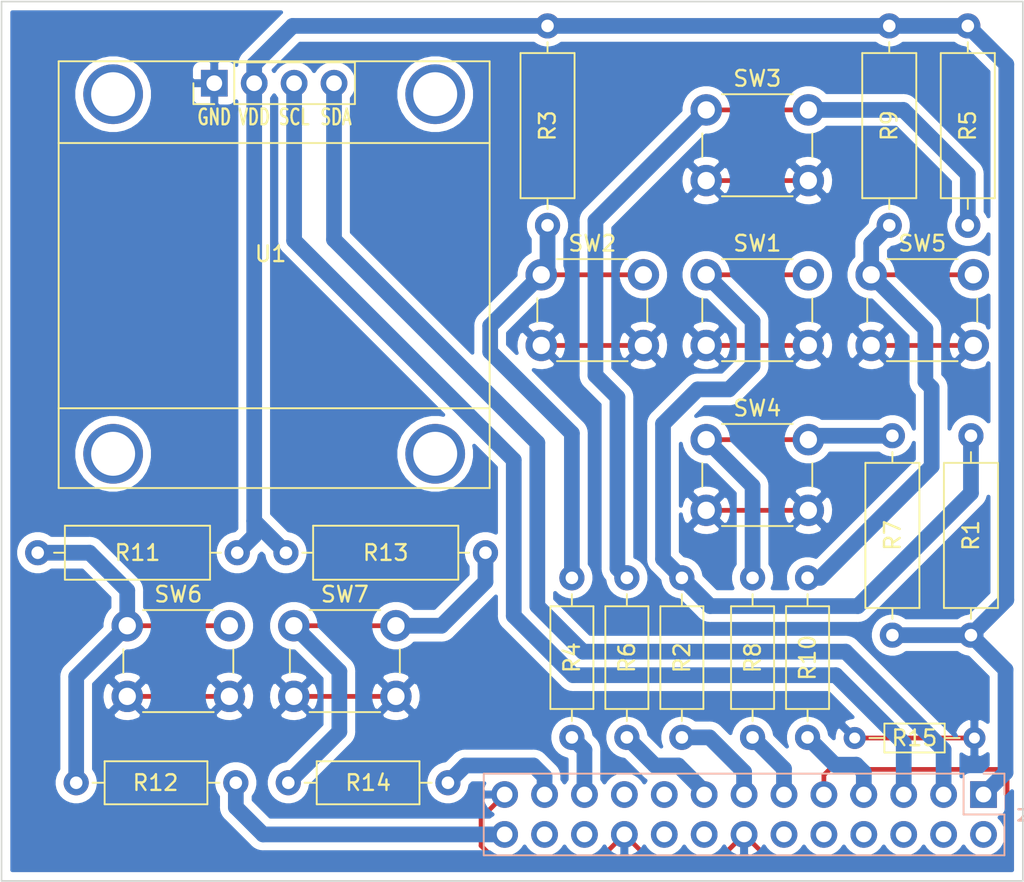
<source format=kicad_pcb>
(kicad_pcb (version 20171130) (host pcbnew "(5.1.10)-1")

  (general
    (thickness 1.2)
    (drawings 4)
    (tracks 139)
    (zones 0)
    (modules 24)
    (nets 19)
  )

  (page A4)
  (layers
    (0 F.Cu jumper hide)
    (31 B.Cu mixed)
    (36 B.SilkS user hide)
    (37 F.SilkS user hide)
    (40 Dwgs.User user hide)
    (44 Edge.Cuts user)
    (45 Margin user hide)
    (46 B.CrtYd user hide)
    (47 F.CrtYd user hide)
    (48 B.Fab user hide)
    (49 F.Fab user hide)
  )

  (setup
    (last_trace_width 1)
    (user_trace_width 0.3)
    (user_trace_width 0.4)
    (user_trace_width 0.5)
    (trace_clearance 0.5)
    (zone_clearance 0.508)
    (zone_45_only no)
    (trace_min 0.2)
    (via_size 0.8)
    (via_drill 0.4)
    (via_min_size 0.4)
    (via_min_drill 0.3)
    (uvia_size 0.3)
    (uvia_drill 0.1)
    (uvias_allowed no)
    (uvia_min_size 0.2)
    (uvia_min_drill 0.1)
    (edge_width 0.05)
    (segment_width 0.2)
    (pcb_text_width 0.3)
    (pcb_text_size 1.5 1.5)
    (mod_edge_width 0.12)
    (mod_text_size 1 1)
    (mod_text_width 0.15)
    (pad_size 1.524 1.524)
    (pad_drill 0.762)
    (pad_to_mask_clearance 0)
    (aux_axis_origin 117.5 123.5)
    (grid_origin 117.5 123.5)
    (visible_elements 7FFFFFFF)
    (pcbplotparams
      (layerselection 0x01020_fffffffe)
      (usegerberextensions false)
      (usegerberattributes true)
      (usegerberadvancedattributes true)
      (creategerberjobfile true)
      (excludeedgelayer true)
      (linewidth 0.100000)
      (plotframeref false)
      (viasonmask false)
      (mode 1)
      (useauxorigin true)
      (hpglpennumber 1)
      (hpglpenspeed 20)
      (hpglpendiameter 15.000000)
      (psnegative false)
      (psa4output false)
      (plotreference true)
      (plotvalue true)
      (plotinvisibletext false)
      (padsonsilk false)
      (subtractmaskfromsilk false)
      (outputformat 1)
      (mirror false)
      (drillshape 0)
      (scaleselection 1)
      (outputdirectory "gerber/"))
  )

  (net 0 "")
  (net 1 Pin26)
  (net 2 GND)
  (net 3 Pin23)
  (net 4 Pin21)
  (net 5 Pin15)
  (net 6 Pin13)
  (net 7 SCL)
  (net 8 SDA)
  (net 9 +3V3)
  (net 10 "Net-(R1-Pad1)")
  (net 11 "Net-(R3-Pad1)")
  (net 12 "Net-(R5-Pad1)")
  (net 13 "Net-(R7-Pad1)")
  (net 14 "Net-(R10-Pad1)")
  (net 15 "Net-(R11-Pad1)")
  (net 16 "Net-(R13-Pad1)")
  (net 17 Pin11)
  (net 18 Pin07)

  (net_class Default "This is the default net class."
    (clearance 0.5)
    (trace_width 1)
    (via_dia 0.8)
    (via_drill 0.4)
    (uvia_dia 0.3)
    (uvia_drill 0.1)
    (add_net +3V3)
    (add_net GND)
    (add_net "Net-(R1-Pad1)")
    (add_net "Net-(R10-Pad1)")
    (add_net "Net-(R11-Pad1)")
    (add_net "Net-(R13-Pad1)")
    (add_net "Net-(R3-Pad1)")
    (add_net "Net-(R5-Pad1)")
    (add_net "Net-(R7-Pad1)")
    (add_net Pin07)
    (add_net Pin11)
    (add_net Pin13)
    (add_net Pin15)
    (add_net Pin21)
    (add_net Pin23)
    (add_net Pin26)
    (add_net SCL)
    (add_net SDA)
  )

  (module Resistor_THT:R_Axial_DIN0204_L3.6mm_D1.6mm_P7.62mm_Horizontal (layer F.Cu) (tedit 5AE5139B) (tstamp 61821A4F)
    (at 171.8 114.4)
    (descr "Resistor, Axial_DIN0204 series, Axial, Horizontal, pin pitch=7.62mm, 0.167W, length*diameter=3.6*1.6mm^2, http://cdn-reichelt.de/documents/datenblatt/B400/1_4W%23YAG.pdf")
    (tags "Resistor Axial_DIN0204 series Axial Horizontal pin pitch 7.62mm 0.167W length 3.6mm diameter 1.6mm")
    (path /618BB8A3)
    (fp_text reference R15 (at 3.8 0) (layer F.SilkS)
      (effects (font (size 1 1) (thickness 0.15)))
    )
    (fp_text value 0 (at 3.81 1.92) (layer F.Fab)
      (effects (font (size 1 1) (thickness 0.15)))
    )
    (fp_line (start 8.57 -1.05) (end -0.95 -1.05) (layer F.CrtYd) (width 0.05))
    (fp_line (start 8.57 1.05) (end 8.57 -1.05) (layer F.CrtYd) (width 0.05))
    (fp_line (start -0.95 1.05) (end 8.57 1.05) (layer F.CrtYd) (width 0.05))
    (fp_line (start -0.95 -1.05) (end -0.95 1.05) (layer F.CrtYd) (width 0.05))
    (fp_line (start 6.68 0) (end 5.73 0) (layer F.SilkS) (width 0.12))
    (fp_line (start 0.94 0) (end 1.89 0) (layer F.SilkS) (width 0.12))
    (fp_line (start 5.73 -0.92) (end 1.89 -0.92) (layer F.SilkS) (width 0.12))
    (fp_line (start 5.73 0.92) (end 5.73 -0.92) (layer F.SilkS) (width 0.12))
    (fp_line (start 1.89 0.92) (end 5.73 0.92) (layer F.SilkS) (width 0.12))
    (fp_line (start 1.89 -0.92) (end 1.89 0.92) (layer F.SilkS) (width 0.12))
    (fp_line (start 7.62 0) (end 5.61 0) (layer F.Fab) (width 0.1))
    (fp_line (start 0 0) (end 2.01 0) (layer F.Fab) (width 0.1))
    (fp_line (start 5.61 -0.8) (end 2.01 -0.8) (layer F.Fab) (width 0.1))
    (fp_line (start 5.61 0.8) (end 5.61 -0.8) (layer F.Fab) (width 0.1))
    (fp_line (start 2.01 0.8) (end 5.61 0.8) (layer F.Fab) (width 0.1))
    (fp_line (start 2.01 -0.8) (end 2.01 0.8) (layer F.Fab) (width 0.1))
    (fp_text user %R (at 3.81 0) (layer F.Fab)
      (effects (font (size 0.72 0.72) (thickness 0.108)))
    )
    (pad 2 thru_hole oval (at 7.62 0) (size 1.4 1.4) (drill 0.7) (layers *.Cu *.Mask)
      (net 2 GND))
    (pad 1 thru_hole circle (at 0 0) (size 1.4 1.4) (drill 0.7) (layers *.Cu *.Mask)
      (net 2 GND))
    (model ${KISYS3DMOD}/Resistor_THT.3dshapes/R_Axial_DIN0204_L3.6mm_D1.6mm_P7.62mm_Horizontal.wrl
      (at (xyz 0 0 0))
      (scale (xyz 1 1 1))
      (rotate (xyz 0 0 0))
    )
  )

  (module Button_Switch_THT:SW_PUSH_6mm (layer F.Cu) (tedit 5A02FE31) (tstamp 61816032)
    (at 136.1 107.25)
    (descr https://www.omron.com/ecb/products/pdf/en-b3f.pdf)
    (tags "tact sw push 6mm")
    (path /61881667)
    (fp_text reference SW7 (at 3.25 -2) (layer F.SilkS)
      (effects (font (size 1 1) (thickness 0.15)))
    )
    (fp_text value Button_Special (at 3.75 6.7) (layer F.Fab)
      (effects (font (size 1 1) (thickness 0.15)))
    )
    (fp_circle (center 3.25 2.25) (end 1.25 2.5) (layer F.Fab) (width 0.1))
    (fp_line (start 6.75 3) (end 6.75 1.5) (layer F.SilkS) (width 0.12))
    (fp_line (start 5.5 -1) (end 1 -1) (layer F.SilkS) (width 0.12))
    (fp_line (start -0.25 1.5) (end -0.25 3) (layer F.SilkS) (width 0.12))
    (fp_line (start 1 5.5) (end 5.5 5.5) (layer F.SilkS) (width 0.12))
    (fp_line (start 8 -1.25) (end 8 5.75) (layer F.CrtYd) (width 0.05))
    (fp_line (start 7.75 6) (end -1.25 6) (layer F.CrtYd) (width 0.05))
    (fp_line (start -1.5 5.75) (end -1.5 -1.25) (layer F.CrtYd) (width 0.05))
    (fp_line (start -1.25 -1.5) (end 7.75 -1.5) (layer F.CrtYd) (width 0.05))
    (fp_line (start -1.5 6) (end -1.25 6) (layer F.CrtYd) (width 0.05))
    (fp_line (start -1.5 5.75) (end -1.5 6) (layer F.CrtYd) (width 0.05))
    (fp_line (start -1.5 -1.5) (end -1.25 -1.5) (layer F.CrtYd) (width 0.05))
    (fp_line (start -1.5 -1.25) (end -1.5 -1.5) (layer F.CrtYd) (width 0.05))
    (fp_line (start 8 -1.5) (end 8 -1.25) (layer F.CrtYd) (width 0.05))
    (fp_line (start 7.75 -1.5) (end 8 -1.5) (layer F.CrtYd) (width 0.05))
    (fp_line (start 8 6) (end 8 5.75) (layer F.CrtYd) (width 0.05))
    (fp_line (start 7.75 6) (end 8 6) (layer F.CrtYd) (width 0.05))
    (fp_line (start 0.25 -0.75) (end 3.25 -0.75) (layer F.Fab) (width 0.1))
    (fp_line (start 0.25 5.25) (end 0.25 -0.75) (layer F.Fab) (width 0.1))
    (fp_line (start 6.25 5.25) (end 0.25 5.25) (layer F.Fab) (width 0.1))
    (fp_line (start 6.25 -0.75) (end 6.25 5.25) (layer F.Fab) (width 0.1))
    (fp_line (start 3.25 -0.75) (end 6.25 -0.75) (layer F.Fab) (width 0.1))
    (fp_text user %R (at 3.25 2.25) (layer F.Fab)
      (effects (font (size 1 1) (thickness 0.15)))
    )
    (pad 1 thru_hole circle (at 6.5 0 90) (size 2 2) (drill 1.1) (layers *.Cu *.Mask)
      (net 16 "Net-(R13-Pad1)"))
    (pad 2 thru_hole circle (at 6.5 4.5 90) (size 2 2) (drill 1.1) (layers *.Cu *.Mask)
      (net 2 GND))
    (pad 1 thru_hole circle (at 0 0 90) (size 2 2) (drill 1.1) (layers *.Cu *.Mask)
      (net 16 "Net-(R13-Pad1)"))
    (pad 2 thru_hole circle (at 0 4.5 90) (size 2 2) (drill 1.1) (layers *.Cu *.Mask)
      (net 2 GND))
    (model ${KISYS3DMOD}/Button_Switch_THT.3dshapes/SW_PUSH_6mm.wrl
      (at (xyz 0 0 0))
      (scale (xyz 1 1 1))
      (rotate (xyz 0 0 0))
    )
  )

  (module Button_Switch_THT:SW_PUSH_6mm (layer F.Cu) (tedit 5A02FE31) (tstamp 61816013)
    (at 125.5 107.25)
    (descr https://www.omron.com/ecb/products/pdf/en-b3f.pdf)
    (tags "tact sw push 6mm")
    (path /6187E4D2)
    (fp_text reference SW6 (at 3.25 -2) (layer F.SilkS)
      (effects (font (size 1 1) (thickness 0.15)))
    )
    (fp_text value Button_Time (at 3.75 6.7) (layer F.Fab)
      (effects (font (size 1 1) (thickness 0.15)))
    )
    (fp_circle (center 3.25 2.25) (end 1.25 2.5) (layer F.Fab) (width 0.1))
    (fp_line (start 6.75 3) (end 6.75 1.5) (layer F.SilkS) (width 0.12))
    (fp_line (start 5.5 -1) (end 1 -1) (layer F.SilkS) (width 0.12))
    (fp_line (start -0.25 1.5) (end -0.25 3) (layer F.SilkS) (width 0.12))
    (fp_line (start 1 5.5) (end 5.5 5.5) (layer F.SilkS) (width 0.12))
    (fp_line (start 8 -1.25) (end 8 5.75) (layer F.CrtYd) (width 0.05))
    (fp_line (start 7.75 6) (end -1.25 6) (layer F.CrtYd) (width 0.05))
    (fp_line (start -1.5 5.75) (end -1.5 -1.25) (layer F.CrtYd) (width 0.05))
    (fp_line (start -1.25 -1.5) (end 7.75 -1.5) (layer F.CrtYd) (width 0.05))
    (fp_line (start -1.5 6) (end -1.25 6) (layer F.CrtYd) (width 0.05))
    (fp_line (start -1.5 5.75) (end -1.5 6) (layer F.CrtYd) (width 0.05))
    (fp_line (start -1.5 -1.5) (end -1.25 -1.5) (layer F.CrtYd) (width 0.05))
    (fp_line (start -1.5 -1.25) (end -1.5 -1.5) (layer F.CrtYd) (width 0.05))
    (fp_line (start 8 -1.5) (end 8 -1.25) (layer F.CrtYd) (width 0.05))
    (fp_line (start 7.75 -1.5) (end 8 -1.5) (layer F.CrtYd) (width 0.05))
    (fp_line (start 8 6) (end 8 5.75) (layer F.CrtYd) (width 0.05))
    (fp_line (start 7.75 6) (end 8 6) (layer F.CrtYd) (width 0.05))
    (fp_line (start 0.25 -0.75) (end 3.25 -0.75) (layer F.Fab) (width 0.1))
    (fp_line (start 0.25 5.25) (end 0.25 -0.75) (layer F.Fab) (width 0.1))
    (fp_line (start 6.25 5.25) (end 0.25 5.25) (layer F.Fab) (width 0.1))
    (fp_line (start 6.25 -0.75) (end 6.25 5.25) (layer F.Fab) (width 0.1))
    (fp_line (start 3.25 -0.75) (end 6.25 -0.75) (layer F.Fab) (width 0.1))
    (fp_text user %R (at 3.25 2.25) (layer F.Fab)
      (effects (font (size 1 1) (thickness 0.15)))
    )
    (pad 1 thru_hole circle (at 6.5 0 90) (size 2 2) (drill 1.1) (layers *.Cu *.Mask)
      (net 15 "Net-(R11-Pad1)"))
    (pad 2 thru_hole circle (at 6.5 4.5 90) (size 2 2) (drill 1.1) (layers *.Cu *.Mask)
      (net 2 GND))
    (pad 1 thru_hole circle (at 0 0 90) (size 2 2) (drill 1.1) (layers *.Cu *.Mask)
      (net 15 "Net-(R11-Pad1)"))
    (pad 2 thru_hole circle (at 0 4.5 90) (size 2 2) (drill 1.1) (layers *.Cu *.Mask)
      (net 2 GND))
    (model ${KISYS3DMOD}/Button_Switch_THT.3dshapes/SW_PUSH_6mm.wrl
      (at (xyz 0 0 0))
      (scale (xyz 1 1 1))
      (rotate (xyz 0 0 0))
    )
  )

  (module Button_Switch_THT:SW_PUSH_6mm (layer F.Cu) (tedit 5A02FE31) (tstamp 61815FF4)
    (at 172.85 84.9)
    (descr https://www.omron.com/ecb/products/pdf/en-b3f.pdf)
    (tags "tact sw push 6mm")
    (path /6187D957)
    (fp_text reference SW5 (at 3.25 -2) (layer F.SilkS)
      (effects (font (size 1 1) (thickness 0.15)))
    )
    (fp_text value Button_Right (at 3.75 6.7) (layer F.Fab)
      (effects (font (size 1 1) (thickness 0.15)))
    )
    (fp_circle (center 3.25 2.25) (end 1.25 2.5) (layer F.Fab) (width 0.1))
    (fp_line (start 6.75 3) (end 6.75 1.5) (layer F.SilkS) (width 0.12))
    (fp_line (start 5.5 -1) (end 1 -1) (layer F.SilkS) (width 0.12))
    (fp_line (start -0.25 1.5) (end -0.25 3) (layer F.SilkS) (width 0.12))
    (fp_line (start 1 5.5) (end 5.5 5.5) (layer F.SilkS) (width 0.12))
    (fp_line (start 8 -1.25) (end 8 5.75) (layer F.CrtYd) (width 0.05))
    (fp_line (start 7.75 6) (end -1.25 6) (layer F.CrtYd) (width 0.05))
    (fp_line (start -1.5 5.75) (end -1.5 -1.25) (layer F.CrtYd) (width 0.05))
    (fp_line (start -1.25 -1.5) (end 7.75 -1.5) (layer F.CrtYd) (width 0.05))
    (fp_line (start -1.5 6) (end -1.25 6) (layer F.CrtYd) (width 0.05))
    (fp_line (start -1.5 5.75) (end -1.5 6) (layer F.CrtYd) (width 0.05))
    (fp_line (start -1.5 -1.5) (end -1.25 -1.5) (layer F.CrtYd) (width 0.05))
    (fp_line (start -1.5 -1.25) (end -1.5 -1.5) (layer F.CrtYd) (width 0.05))
    (fp_line (start 8 -1.5) (end 8 -1.25) (layer F.CrtYd) (width 0.05))
    (fp_line (start 7.75 -1.5) (end 8 -1.5) (layer F.CrtYd) (width 0.05))
    (fp_line (start 8 6) (end 8 5.75) (layer F.CrtYd) (width 0.05))
    (fp_line (start 7.75 6) (end 8 6) (layer F.CrtYd) (width 0.05))
    (fp_line (start 0.25 -0.75) (end 3.25 -0.75) (layer F.Fab) (width 0.1))
    (fp_line (start 0.25 5.25) (end 0.25 -0.75) (layer F.Fab) (width 0.1))
    (fp_line (start 6.25 5.25) (end 0.25 5.25) (layer F.Fab) (width 0.1))
    (fp_line (start 6.25 -0.75) (end 6.25 5.25) (layer F.Fab) (width 0.1))
    (fp_line (start 3.25 -0.75) (end 6.25 -0.75) (layer F.Fab) (width 0.1))
    (fp_text user %R (at 3.25 2.25) (layer F.Fab)
      (effects (font (size 1 1) (thickness 0.15)))
    )
    (pad 1 thru_hole circle (at 6.5 0 90) (size 2 2) (drill 1.1) (layers *.Cu *.Mask)
      (net 14 "Net-(R10-Pad1)"))
    (pad 2 thru_hole circle (at 6.5 4.5 90) (size 2 2) (drill 1.1) (layers *.Cu *.Mask)
      (net 2 GND))
    (pad 1 thru_hole circle (at 0 0 90) (size 2 2) (drill 1.1) (layers *.Cu *.Mask)
      (net 14 "Net-(R10-Pad1)"))
    (pad 2 thru_hole circle (at 0 4.5 90) (size 2 2) (drill 1.1) (layers *.Cu *.Mask)
      (net 2 GND))
    (model ${KISYS3DMOD}/Button_Switch_THT.3dshapes/SW_PUSH_6mm.wrl
      (at (xyz 0 0 0))
      (scale (xyz 1 1 1))
      (rotate (xyz 0 0 0))
    )
  )

  (module Button_Switch_THT:SW_PUSH_6mm (layer F.Cu) (tedit 5A02FE31) (tstamp 61815FD5)
    (at 162.35 95.4)
    (descr https://www.omron.com/ecb/products/pdf/en-b3f.pdf)
    (tags "tact sw push 6mm")
    (path /6187CFFE)
    (fp_text reference SW4 (at 3.25 -2) (layer F.SilkS)
      (effects (font (size 1 1) (thickness 0.15)))
    )
    (fp_text value Button_Down (at 3.75 6.7) (layer F.Fab)
      (effects (font (size 1 1) (thickness 0.15)))
    )
    (fp_circle (center 3.25 2.25) (end 1.25 2.5) (layer F.Fab) (width 0.1))
    (fp_line (start 6.75 3) (end 6.75 1.5) (layer F.SilkS) (width 0.12))
    (fp_line (start 5.5 -1) (end 1 -1) (layer F.SilkS) (width 0.12))
    (fp_line (start -0.25 1.5) (end -0.25 3) (layer F.SilkS) (width 0.12))
    (fp_line (start 1 5.5) (end 5.5 5.5) (layer F.SilkS) (width 0.12))
    (fp_line (start 8 -1.25) (end 8 5.75) (layer F.CrtYd) (width 0.05))
    (fp_line (start 7.75 6) (end -1.25 6) (layer F.CrtYd) (width 0.05))
    (fp_line (start -1.5 5.75) (end -1.5 -1.25) (layer F.CrtYd) (width 0.05))
    (fp_line (start -1.25 -1.5) (end 7.75 -1.5) (layer F.CrtYd) (width 0.05))
    (fp_line (start -1.5 6) (end -1.25 6) (layer F.CrtYd) (width 0.05))
    (fp_line (start -1.5 5.75) (end -1.5 6) (layer F.CrtYd) (width 0.05))
    (fp_line (start -1.5 -1.5) (end -1.25 -1.5) (layer F.CrtYd) (width 0.05))
    (fp_line (start -1.5 -1.25) (end -1.5 -1.5) (layer F.CrtYd) (width 0.05))
    (fp_line (start 8 -1.5) (end 8 -1.25) (layer F.CrtYd) (width 0.05))
    (fp_line (start 7.75 -1.5) (end 8 -1.5) (layer F.CrtYd) (width 0.05))
    (fp_line (start 8 6) (end 8 5.75) (layer F.CrtYd) (width 0.05))
    (fp_line (start 7.75 6) (end 8 6) (layer F.CrtYd) (width 0.05))
    (fp_line (start 0.25 -0.75) (end 3.25 -0.75) (layer F.Fab) (width 0.1))
    (fp_line (start 0.25 5.25) (end 0.25 -0.75) (layer F.Fab) (width 0.1))
    (fp_line (start 6.25 5.25) (end 0.25 5.25) (layer F.Fab) (width 0.1))
    (fp_line (start 6.25 -0.75) (end 6.25 5.25) (layer F.Fab) (width 0.1))
    (fp_line (start 3.25 -0.75) (end 6.25 -0.75) (layer F.Fab) (width 0.1))
    (fp_text user %R (at 3.25 2.25) (layer F.Fab)
      (effects (font (size 1 1) (thickness 0.15)))
    )
    (pad 1 thru_hole circle (at 6.5 0 90) (size 2 2) (drill 1.1) (layers *.Cu *.Mask)
      (net 13 "Net-(R7-Pad1)"))
    (pad 2 thru_hole circle (at 6.5 4.5 90) (size 2 2) (drill 1.1) (layers *.Cu *.Mask)
      (net 2 GND))
    (pad 1 thru_hole circle (at 0 0 90) (size 2 2) (drill 1.1) (layers *.Cu *.Mask)
      (net 13 "Net-(R7-Pad1)"))
    (pad 2 thru_hole circle (at 0 4.5 90) (size 2 2) (drill 1.1) (layers *.Cu *.Mask)
      (net 2 GND))
    (model ${KISYS3DMOD}/Button_Switch_THT.3dshapes/SW_PUSH_6mm.wrl
      (at (xyz 0 0 0))
      (scale (xyz 1 1 1))
      (rotate (xyz 0 0 0))
    )
  )

  (module Button_Switch_THT:SW_PUSH_6mm (layer F.Cu) (tedit 5A02FE31) (tstamp 61815FB6)
    (at 162.35 74.4)
    (descr https://www.omron.com/ecb/products/pdf/en-b3f.pdf)
    (tags "tact sw push 6mm")
    (path /61873598)
    (fp_text reference SW3 (at 3.25 -2) (layer F.SilkS)
      (effects (font (size 1 1) (thickness 0.15)))
    )
    (fp_text value Button_Up (at 3.75 6.7) (layer F.Fab)
      (effects (font (size 1 1) (thickness 0.15)))
    )
    (fp_circle (center 3.25 2.25) (end 1.25 2.5) (layer F.Fab) (width 0.1))
    (fp_line (start 6.75 3) (end 6.75 1.5) (layer F.SilkS) (width 0.12))
    (fp_line (start 5.5 -1) (end 1 -1) (layer F.SilkS) (width 0.12))
    (fp_line (start -0.25 1.5) (end -0.25 3) (layer F.SilkS) (width 0.12))
    (fp_line (start 1 5.5) (end 5.5 5.5) (layer F.SilkS) (width 0.12))
    (fp_line (start 8 -1.25) (end 8 5.75) (layer F.CrtYd) (width 0.05))
    (fp_line (start 7.75 6) (end -1.25 6) (layer F.CrtYd) (width 0.05))
    (fp_line (start -1.5 5.75) (end -1.5 -1.25) (layer F.CrtYd) (width 0.05))
    (fp_line (start -1.25 -1.5) (end 7.75 -1.5) (layer F.CrtYd) (width 0.05))
    (fp_line (start -1.5 6) (end -1.25 6) (layer F.CrtYd) (width 0.05))
    (fp_line (start -1.5 5.75) (end -1.5 6) (layer F.CrtYd) (width 0.05))
    (fp_line (start -1.5 -1.5) (end -1.25 -1.5) (layer F.CrtYd) (width 0.05))
    (fp_line (start -1.5 -1.25) (end -1.5 -1.5) (layer F.CrtYd) (width 0.05))
    (fp_line (start 8 -1.5) (end 8 -1.25) (layer F.CrtYd) (width 0.05))
    (fp_line (start 7.75 -1.5) (end 8 -1.5) (layer F.CrtYd) (width 0.05))
    (fp_line (start 8 6) (end 8 5.75) (layer F.CrtYd) (width 0.05))
    (fp_line (start 7.75 6) (end 8 6) (layer F.CrtYd) (width 0.05))
    (fp_line (start 0.25 -0.75) (end 3.25 -0.75) (layer F.Fab) (width 0.1))
    (fp_line (start 0.25 5.25) (end 0.25 -0.75) (layer F.Fab) (width 0.1))
    (fp_line (start 6.25 5.25) (end 0.25 5.25) (layer F.Fab) (width 0.1))
    (fp_line (start 6.25 -0.75) (end 6.25 5.25) (layer F.Fab) (width 0.1))
    (fp_line (start 3.25 -0.75) (end 6.25 -0.75) (layer F.Fab) (width 0.1))
    (fp_text user %R (at 3.25 2.25) (layer F.Fab)
      (effects (font (size 1 1) (thickness 0.15)))
    )
    (pad 1 thru_hole circle (at 6.5 0 90) (size 2 2) (drill 1.1) (layers *.Cu *.Mask)
      (net 12 "Net-(R5-Pad1)"))
    (pad 2 thru_hole circle (at 6.5 4.5 90) (size 2 2) (drill 1.1) (layers *.Cu *.Mask)
      (net 2 GND))
    (pad 1 thru_hole circle (at 0 0 90) (size 2 2) (drill 1.1) (layers *.Cu *.Mask)
      (net 12 "Net-(R5-Pad1)"))
    (pad 2 thru_hole circle (at 0 4.5 90) (size 2 2) (drill 1.1) (layers *.Cu *.Mask)
      (net 2 GND))
    (model ${KISYS3DMOD}/Button_Switch_THT.3dshapes/SW_PUSH_6mm.wrl
      (at (xyz 0 0 0))
      (scale (xyz 1 1 1))
      (rotate (xyz 0 0 0))
    )
  )

  (module Button_Switch_THT:SW_PUSH_6mm (layer F.Cu) (tedit 5A02FE31) (tstamp 61815F97)
    (at 151.85 84.9)
    (descr https://www.omron.com/ecb/products/pdf/en-b3f.pdf)
    (tags "tact sw push 6mm")
    (path /61873061)
    (fp_text reference SW2 (at 3.25 -2) (layer F.SilkS)
      (effects (font (size 1 1) (thickness 0.15)))
    )
    (fp_text value Button_Left (at 3.75 6.7) (layer F.Fab)
      (effects (font (size 1 1) (thickness 0.15)))
    )
    (fp_circle (center 3.25 2.25) (end 1.25 2.5) (layer F.Fab) (width 0.1))
    (fp_line (start 6.75 3) (end 6.75 1.5) (layer F.SilkS) (width 0.12))
    (fp_line (start 5.5 -1) (end 1 -1) (layer F.SilkS) (width 0.12))
    (fp_line (start -0.25 1.5) (end -0.25 3) (layer F.SilkS) (width 0.12))
    (fp_line (start 1 5.5) (end 5.5 5.5) (layer F.SilkS) (width 0.12))
    (fp_line (start 8 -1.25) (end 8 5.75) (layer F.CrtYd) (width 0.05))
    (fp_line (start 7.75 6) (end -1.25 6) (layer F.CrtYd) (width 0.05))
    (fp_line (start -1.5 5.75) (end -1.5 -1.25) (layer F.CrtYd) (width 0.05))
    (fp_line (start -1.25 -1.5) (end 7.75 -1.5) (layer F.CrtYd) (width 0.05))
    (fp_line (start -1.5 6) (end -1.25 6) (layer F.CrtYd) (width 0.05))
    (fp_line (start -1.5 5.75) (end -1.5 6) (layer F.CrtYd) (width 0.05))
    (fp_line (start -1.5 -1.5) (end -1.25 -1.5) (layer F.CrtYd) (width 0.05))
    (fp_line (start -1.5 -1.25) (end -1.5 -1.5) (layer F.CrtYd) (width 0.05))
    (fp_line (start 8 -1.5) (end 8 -1.25) (layer F.CrtYd) (width 0.05))
    (fp_line (start 7.75 -1.5) (end 8 -1.5) (layer F.CrtYd) (width 0.05))
    (fp_line (start 8 6) (end 8 5.75) (layer F.CrtYd) (width 0.05))
    (fp_line (start 7.75 6) (end 8 6) (layer F.CrtYd) (width 0.05))
    (fp_line (start 0.25 -0.75) (end 3.25 -0.75) (layer F.Fab) (width 0.1))
    (fp_line (start 0.25 5.25) (end 0.25 -0.75) (layer F.Fab) (width 0.1))
    (fp_line (start 6.25 5.25) (end 0.25 5.25) (layer F.Fab) (width 0.1))
    (fp_line (start 6.25 -0.75) (end 6.25 5.25) (layer F.Fab) (width 0.1))
    (fp_line (start 3.25 -0.75) (end 6.25 -0.75) (layer F.Fab) (width 0.1))
    (fp_text user %R (at 3.25 2.25) (layer F.Fab)
      (effects (font (size 1 1) (thickness 0.15)))
    )
    (pad 1 thru_hole circle (at 6.5 0 90) (size 2 2) (drill 1.1) (layers *.Cu *.Mask)
      (net 11 "Net-(R3-Pad1)"))
    (pad 2 thru_hole circle (at 6.5 4.5 90) (size 2 2) (drill 1.1) (layers *.Cu *.Mask)
      (net 2 GND))
    (pad 1 thru_hole circle (at 0 0 90) (size 2 2) (drill 1.1) (layers *.Cu *.Mask)
      (net 11 "Net-(R3-Pad1)"))
    (pad 2 thru_hole circle (at 0 4.5 90) (size 2 2) (drill 1.1) (layers *.Cu *.Mask)
      (net 2 GND))
    (model ${KISYS3DMOD}/Button_Switch_THT.3dshapes/SW_PUSH_6mm.wrl
      (at (xyz 0 0 0))
      (scale (xyz 1 1 1))
      (rotate (xyz 0 0 0))
    )
  )

  (module Button_Switch_THT:SW_PUSH_6mm (layer F.Cu) (tedit 5A02FE31) (tstamp 61815F78)
    (at 162.35 84.9)
    (descr https://www.omron.com/ecb/products/pdf/en-b3f.pdf)
    (tags "tact sw push 6mm")
    (path /6186250F)
    (fp_text reference SW1 (at 3.25 -2) (layer F.SilkS)
      (effects (font (size 1 1) (thickness 0.15)))
    )
    (fp_text value Button_PlayStop (at 3.75 6.7) (layer F.Fab)
      (effects (font (size 1 1) (thickness 0.15)))
    )
    (fp_circle (center 3.25 2.25) (end 1.25 2.5) (layer F.Fab) (width 0.1))
    (fp_line (start 6.75 3) (end 6.75 1.5) (layer F.SilkS) (width 0.12))
    (fp_line (start 5.5 -1) (end 1 -1) (layer F.SilkS) (width 0.12))
    (fp_line (start -0.25 1.5) (end -0.25 3) (layer F.SilkS) (width 0.12))
    (fp_line (start 1 5.5) (end 5.5 5.5) (layer F.SilkS) (width 0.12))
    (fp_line (start 8 -1.25) (end 8 5.75) (layer F.CrtYd) (width 0.05))
    (fp_line (start 7.75 6) (end -1.25 6) (layer F.CrtYd) (width 0.05))
    (fp_line (start -1.5 5.75) (end -1.5 -1.25) (layer F.CrtYd) (width 0.05))
    (fp_line (start -1.25 -1.5) (end 7.75 -1.5) (layer F.CrtYd) (width 0.05))
    (fp_line (start -1.5 6) (end -1.25 6) (layer F.CrtYd) (width 0.05))
    (fp_line (start -1.5 5.75) (end -1.5 6) (layer F.CrtYd) (width 0.05))
    (fp_line (start -1.5 -1.5) (end -1.25 -1.5) (layer F.CrtYd) (width 0.05))
    (fp_line (start -1.5 -1.25) (end -1.5 -1.5) (layer F.CrtYd) (width 0.05))
    (fp_line (start 8 -1.5) (end 8 -1.25) (layer F.CrtYd) (width 0.05))
    (fp_line (start 7.75 -1.5) (end 8 -1.5) (layer F.CrtYd) (width 0.05))
    (fp_line (start 8 6) (end 8 5.75) (layer F.CrtYd) (width 0.05))
    (fp_line (start 7.75 6) (end 8 6) (layer F.CrtYd) (width 0.05))
    (fp_line (start 0.25 -0.75) (end 3.25 -0.75) (layer F.Fab) (width 0.1))
    (fp_line (start 0.25 5.25) (end 0.25 -0.75) (layer F.Fab) (width 0.1))
    (fp_line (start 6.25 5.25) (end 0.25 5.25) (layer F.Fab) (width 0.1))
    (fp_line (start 6.25 -0.75) (end 6.25 5.25) (layer F.Fab) (width 0.1))
    (fp_line (start 3.25 -0.75) (end 6.25 -0.75) (layer F.Fab) (width 0.1))
    (fp_text user %R (at 3.25 2.25) (layer F.Fab)
      (effects (font (size 1 1) (thickness 0.15)))
    )
    (pad 1 thru_hole circle (at 6.5 0 90) (size 2 2) (drill 1.1) (layers *.Cu *.Mask)
      (net 10 "Net-(R1-Pad1)"))
    (pad 2 thru_hole circle (at 6.5 4.5 90) (size 2 2) (drill 1.1) (layers *.Cu *.Mask)
      (net 2 GND))
    (pad 1 thru_hole circle (at 0 0 90) (size 2 2) (drill 1.1) (layers *.Cu *.Mask)
      (net 10 "Net-(R1-Pad1)"))
    (pad 2 thru_hole circle (at 0 4.5 90) (size 2 2) (drill 1.1) (layers *.Cu *.Mask)
      (net 2 GND))
    (model ${KISYS3DMOD}/Button_Switch_THT.3dshapes/SW_PUSH_6mm.wrl
      (at (xyz 0 0 0))
      (scale (xyz 1 1 1))
      (rotate (xyz 0 0 0))
    )
  )

  (module OLED:Display_128x64_096_I2C (layer F.Cu) (tedit 6180EE41) (tstamp 61816057)
    (at 134.85 93.4)
    (descr "Display 0.96\" OLED 128x64 pixel with SSD1306 controller and I2C interface")
    (tags "display OLED SSD1306 128x64")
    (path /61823596)
    (fp_text reference U1 (at -0.2286 -9.8298) (layer F.SilkS)
      (effects (font (size 1 1) (thickness 0.15)))
    )
    (fp_text value Display_OLED_I2C_0.96 (at 0 -13.843) (layer F.Fab)
      (effects (font (size 1 1) (thickness 0.15)))
    )
    (fp_line (start -13.716 -22.098) (end 13.716 -22.098) (layer F.SilkS) (width 0.12))
    (fp_line (start 13.716 5.08) (end -13.716 5.08) (layer F.SilkS) (width 0.12))
    (fp_line (start -13.716 5.08) (end -13.716 -22.098) (layer F.SilkS) (width 0.12))
    (fp_line (start -13.716 -16.891) (end 13.716 -16.891) (layer F.SilkS) (width 0.12))
    (fp_line (start -13.716 0) (end 13.716 0) (layer F.SilkS) (width 0.12))
    (fp_line (start 13.716 5.08) (end 13.716 -22.098) (layer F.SilkS) (width 0.12))
    (fp_line (start 5.59 -18.901) (end 5.59 -22.501) (layer F.CrtYd) (width 0.05))
    (fp_line (start -5.61 -18.901) (end 5.59 -18.901) (layer F.CrtYd) (width 0.05))
    (fp_line (start -2.54 -22.031) (end 5.14 -22.031) (layer F.SilkS) (width 0.12))
    (fp_line (start 5.08 -21.971) (end 5.08 -19.431) (layer F.Fab) (width 0.1))
    (fp_line (start 5.08 -19.431) (end -4.445 -19.431) (layer F.Fab) (width 0.1))
    (fp_line (start -2.54 -19.371) (end -2.54 -22.031) (layer F.SilkS) (width 0.12))
    (fp_line (start -5.08 -20.066) (end -5.08 -21.971) (layer F.Fab) (width 0.1))
    (fp_line (start -2.54 -19.371) (end 5.14 -19.371) (layer F.SilkS) (width 0.12))
    (fp_line (start -5.14 -19.371) (end -5.14 -20.701) (layer F.SilkS) (width 0.12))
    (fp_line (start -5.61 -22.501) (end -5.61 -18.901) (layer F.CrtYd) (width 0.05))
    (fp_line (start -5.08 -21.971) (end 5.08 -21.971) (layer F.Fab) (width 0.1))
    (fp_line (start 5.59 -22.501) (end -5.61 -22.501) (layer F.CrtYd) (width 0.05))
    (fp_line (start -3.81 -19.371) (end -5.14 -19.371) (layer F.SilkS) (width 0.12))
    (fp_line (start -4.445 -19.431) (end -5.08 -20.066) (layer F.Fab) (width 0.1))
    (fp_line (start 5.14 -19.371) (end 5.14 -22.031) (layer F.SilkS) (width 0.12))
    (fp_text user GND (at -3.81 -18.542) (layer F.SilkS)
      (effects (font (size 1 0.7) (thickness 0.15)))
    )
    (fp_text user VDD (at -1.27 -18.542) (layer F.SilkS)
      (effects (font (size 1 0.7) (thickness 0.15)))
    )
    (fp_text user SCL (at 1.27 -18.542) (layer F.SilkS)
      (effects (font (size 1 0.7) (thickness 0.15)))
    )
    (fp_text user SDA (at 3.937 -18.542) (layer F.SilkS)
      (effects (font (size 1 0.7) (thickness 0.15)))
    )
    (pad "" np_thru_hole circle (at -10.25 2.9) (size 3.8 3.8) (drill 2.8) (layers *.Cu *.Mask))
    (pad "" np_thru_hole circle (at 10.25 2.9) (size 3.8 3.8) (drill 2.8) (layers *.Cu *.Mask))
    (pad "" np_thru_hole circle (at 10.25 -20) (size 3.8 3.8) (drill 2.8) (layers *.Cu *.Mask))
    (pad 4 thru_hole oval (at 3.81 -20.701 90) (size 1.7 1.7) (drill 1) (layers *.Cu *.Mask)
      (net 8 SDA))
    (pad 3 thru_hole oval (at 1.27 -20.701 90) (size 1.7 1.7) (drill 1) (layers *.Cu *.Mask)
      (net 7 SCL))
    (pad 1 thru_hole rect (at -3.81 -20.701 90) (size 1.7 1.7) (drill 1) (layers *.Cu *.Mask)
      (net 2 GND))
    (pad 2 thru_hole oval (at -1.27 -20.701 90) (size 1.7 1.7) (drill 1) (layers *.Cu *.Mask)
      (net 9 +3V3))
    (pad "" np_thru_hole circle (at -10.25 -20) (size 3.8 3.8) (drill 2.8) (layers *.Cu *.Mask))
  )

  (module Resistor_THT:R_Axial_DIN0207_L6.3mm_D2.5mm_P10.16mm_Horizontal (layer F.Cu) (tedit 5AE5139B) (tstamp 618176CF)
    (at 135.75 117.25)
    (descr "Resistor, Axial_DIN0207 series, Axial, Horizontal, pin pitch=10.16mm, 0.25W = 1/4W, length*diameter=6.3*2.5mm^2, http://cdn-reichelt.de/documents/datenblatt/B400/1_4W%23YAG.pdf")
    (tags "Resistor Axial_DIN0207 series Axial Horizontal pin pitch 10.16mm 0.25W = 1/4W length 6.3mm diameter 2.5mm")
    (path /61852F85)
    (fp_text reference R14 (at 5.08 0) (layer F.SilkS)
      (effects (font (size 1 1) (thickness 0.15)))
    )
    (fp_text value 1k (at 5.08 2.37) (layer F.Fab)
      (effects (font (size 1 1) (thickness 0.15)))
    )
    (fp_line (start 11.21 -1.5) (end -1.05 -1.5) (layer F.CrtYd) (width 0.05))
    (fp_line (start 11.21 1.5) (end 11.21 -1.5) (layer F.CrtYd) (width 0.05))
    (fp_line (start -1.05 1.5) (end 11.21 1.5) (layer F.CrtYd) (width 0.05))
    (fp_line (start -1.05 -1.5) (end -1.05 1.5) (layer F.CrtYd) (width 0.05))
    (fp_line (start 9.12 0) (end 8.35 0) (layer F.SilkS) (width 0.12))
    (fp_line (start 1.04 0) (end 1.81 0) (layer F.SilkS) (width 0.12))
    (fp_line (start 8.35 -1.37) (end 1.81 -1.37) (layer F.SilkS) (width 0.12))
    (fp_line (start 8.35 1.37) (end 8.35 -1.37) (layer F.SilkS) (width 0.12))
    (fp_line (start 1.81 1.37) (end 8.35 1.37) (layer F.SilkS) (width 0.12))
    (fp_line (start 1.81 -1.37) (end 1.81 1.37) (layer F.SilkS) (width 0.12))
    (fp_line (start 10.16 0) (end 8.23 0) (layer F.Fab) (width 0.1))
    (fp_line (start 0 0) (end 1.93 0) (layer F.Fab) (width 0.1))
    (fp_line (start 8.23 -1.25) (end 1.93 -1.25) (layer F.Fab) (width 0.1))
    (fp_line (start 8.23 1.25) (end 8.23 -1.25) (layer F.Fab) (width 0.1))
    (fp_line (start 1.93 1.25) (end 8.23 1.25) (layer F.Fab) (width 0.1))
    (fp_line (start 1.93 -1.25) (end 1.93 1.25) (layer F.Fab) (width 0.1))
    (fp_text user %R (at 5.08 0) (layer F.Fab)
      (effects (font (size 1 1) (thickness 0.15)))
    )
    (pad 2 thru_hole oval (at 10.16 0) (size 1.6 1.6) (drill 0.8) (layers *.Cu *.Mask)
      (net 3 Pin23))
    (pad 1 thru_hole circle (at 0 0) (size 1.6 1.6) (drill 0.8) (layers *.Cu *.Mask)
      (net 16 "Net-(R13-Pad1)"))
    (model ${KISYS3DMOD}/Resistor_THT.3dshapes/R_Axial_DIN0207_L6.3mm_D2.5mm_P10.16mm_Horizontal.wrl
      (at (xyz 0 0 0))
      (scale (xyz 1 1 1))
      (rotate (xyz 0 0 0))
    )
  )

  (module Resistor_THT:R_Axial_DIN0309_L9.0mm_D3.2mm_P12.70mm_Horizontal (layer F.Cu) (tedit 5AE5139B) (tstamp 61815F42)
    (at 148.3 102.6 180)
    (descr "Resistor, Axial_DIN0309 series, Axial, Horizontal, pin pitch=12.7mm, 0.5W = 1/2W, length*diameter=9*3.2mm^2, http://cdn-reichelt.de/documents/datenblatt/B400/1_4W%23YAG.pdf")
    (tags "Resistor Axial_DIN0309 series Axial Horizontal pin pitch 12.7mm 0.5W = 1/2W length 9mm diameter 3.2mm")
    (path /61852F7F)
    (fp_text reference R13 (at 6.35 0) (layer F.SilkS)
      (effects (font (size 1 1) (thickness 0.15)))
    )
    (fp_text value 10k (at 6.35 2.72) (layer F.Fab)
      (effects (font (size 1 1) (thickness 0.15)))
    )
    (fp_line (start 13.75 -1.85) (end -1.05 -1.85) (layer F.CrtYd) (width 0.05))
    (fp_line (start 13.75 1.85) (end 13.75 -1.85) (layer F.CrtYd) (width 0.05))
    (fp_line (start -1.05 1.85) (end 13.75 1.85) (layer F.CrtYd) (width 0.05))
    (fp_line (start -1.05 -1.85) (end -1.05 1.85) (layer F.CrtYd) (width 0.05))
    (fp_line (start 11.66 0) (end 10.97 0) (layer F.SilkS) (width 0.12))
    (fp_line (start 1.04 0) (end 1.73 0) (layer F.SilkS) (width 0.12))
    (fp_line (start 10.97 -1.72) (end 1.73 -1.72) (layer F.SilkS) (width 0.12))
    (fp_line (start 10.97 1.72) (end 10.97 -1.72) (layer F.SilkS) (width 0.12))
    (fp_line (start 1.73 1.72) (end 10.97 1.72) (layer F.SilkS) (width 0.12))
    (fp_line (start 1.73 -1.72) (end 1.73 1.72) (layer F.SilkS) (width 0.12))
    (fp_line (start 12.7 0) (end 10.85 0) (layer F.Fab) (width 0.1))
    (fp_line (start 0 0) (end 1.85 0) (layer F.Fab) (width 0.1))
    (fp_line (start 10.85 -1.6) (end 1.85 -1.6) (layer F.Fab) (width 0.1))
    (fp_line (start 10.85 1.6) (end 10.85 -1.6) (layer F.Fab) (width 0.1))
    (fp_line (start 1.85 1.6) (end 10.85 1.6) (layer F.Fab) (width 0.1))
    (fp_line (start 1.85 -1.6) (end 1.85 1.6) (layer F.Fab) (width 0.1))
    (fp_text user %R (at 6.35 0) (layer F.Fab)
      (effects (font (size 1 1) (thickness 0.15)))
    )
    (pad 2 thru_hole oval (at 12.7 0 180) (size 1.6 1.6) (drill 0.8) (layers *.Cu *.Mask)
      (net 9 +3V3))
    (pad 1 thru_hole circle (at 0 0 180) (size 1.6 1.6) (drill 0.8) (layers *.Cu *.Mask)
      (net 16 "Net-(R13-Pad1)"))
    (model ${KISYS3DMOD}/Resistor_THT.3dshapes/R_Axial_DIN0309_L9.0mm_D3.2mm_P12.70mm_Horizontal.wrl
      (at (xyz 0 0 0))
      (scale (xyz 1 1 1))
      (rotate (xyz 0 0 0))
    )
  )

  (module Resistor_THT:R_Axial_DIN0207_L6.3mm_D2.5mm_P10.16mm_Horizontal (layer F.Cu) (tedit 5AE5139B) (tstamp 61817648)
    (at 122.25 117.25)
    (descr "Resistor, Axial_DIN0207 series, Axial, Horizontal, pin pitch=10.16mm, 0.25W = 1/4W, length*diameter=6.3*2.5mm^2, http://cdn-reichelt.de/documents/datenblatt/B400/1_4W%23YAG.pdf")
    (tags "Resistor Axial_DIN0207 series Axial Horizontal pin pitch 10.16mm 0.25W = 1/4W length 6.3mm diameter 2.5mm")
    (path /618507CA)
    (fp_text reference R12 (at 5.05 0) (layer F.SilkS)
      (effects (font (size 1 1) (thickness 0.15)))
    )
    (fp_text value 1k (at 5.08 2.37) (layer F.Fab)
      (effects (font (size 1 1) (thickness 0.15)))
    )
    (fp_line (start 11.21 -1.5) (end -1.05 -1.5) (layer F.CrtYd) (width 0.05))
    (fp_line (start 11.21 1.5) (end 11.21 -1.5) (layer F.CrtYd) (width 0.05))
    (fp_line (start -1.05 1.5) (end 11.21 1.5) (layer F.CrtYd) (width 0.05))
    (fp_line (start -1.05 -1.5) (end -1.05 1.5) (layer F.CrtYd) (width 0.05))
    (fp_line (start 9.12 0) (end 8.35 0) (layer F.SilkS) (width 0.12))
    (fp_line (start 1.04 0) (end 1.81 0) (layer F.SilkS) (width 0.12))
    (fp_line (start 8.35 -1.37) (end 1.81 -1.37) (layer F.SilkS) (width 0.12))
    (fp_line (start 8.35 1.37) (end 8.35 -1.37) (layer F.SilkS) (width 0.12))
    (fp_line (start 1.81 1.37) (end 8.35 1.37) (layer F.SilkS) (width 0.12))
    (fp_line (start 1.81 -1.37) (end 1.81 1.37) (layer F.SilkS) (width 0.12))
    (fp_line (start 10.16 0) (end 8.23 0) (layer F.Fab) (width 0.1))
    (fp_line (start 0 0) (end 1.93 0) (layer F.Fab) (width 0.1))
    (fp_line (start 8.23 -1.25) (end 1.93 -1.25) (layer F.Fab) (width 0.1))
    (fp_line (start 8.23 1.25) (end 8.23 -1.25) (layer F.Fab) (width 0.1))
    (fp_line (start 1.93 1.25) (end 8.23 1.25) (layer F.Fab) (width 0.1))
    (fp_line (start 1.93 -1.25) (end 1.93 1.25) (layer F.Fab) (width 0.1))
    (fp_text user %R (at 5.08 0) (layer F.Fab)
      (effects (font (size 1 1) (thickness 0.15)))
    )
    (pad 2 thru_hole oval (at 10.16 0) (size 1.6 1.6) (drill 0.8) (layers *.Cu *.Mask)
      (net 1 Pin26))
    (pad 1 thru_hole circle (at 0 0) (size 1.6 1.6) (drill 0.8) (layers *.Cu *.Mask)
      (net 15 "Net-(R11-Pad1)"))
    (model ${KISYS3DMOD}/Resistor_THT.3dshapes/R_Axial_DIN0207_L6.3mm_D2.5mm_P10.16mm_Horizontal.wrl
      (at (xyz 0 0 0))
      (scale (xyz 1 1 1))
      (rotate (xyz 0 0 0))
    )
  )

  (module Resistor_THT:R_Axial_DIN0309_L9.0mm_D3.2mm_P12.70mm_Horizontal (layer F.Cu) (tedit 5AE5139B) (tstamp 61815F14)
    (at 119.8 102.6)
    (descr "Resistor, Axial_DIN0309 series, Axial, Horizontal, pin pitch=12.7mm, 0.5W = 1/2W, length*diameter=9*3.2mm^2, http://cdn-reichelt.de/documents/datenblatt/B400/1_4W%23YAG.pdf")
    (tags "Resistor Axial_DIN0309 series Axial Horizontal pin pitch 12.7mm 0.5W = 1/2W length 9mm diameter 3.2mm")
    (path /618507C4)
    (fp_text reference R11 (at 6.35 0) (layer F.SilkS)
      (effects (font (size 1 1) (thickness 0.15)))
    )
    (fp_text value 10k (at 6.35 2.72) (layer F.Fab)
      (effects (font (size 1 1) (thickness 0.15)))
    )
    (fp_line (start 13.75 -1.85) (end -1.05 -1.85) (layer F.CrtYd) (width 0.05))
    (fp_line (start 13.75 1.85) (end 13.75 -1.85) (layer F.CrtYd) (width 0.05))
    (fp_line (start -1.05 1.85) (end 13.75 1.85) (layer F.CrtYd) (width 0.05))
    (fp_line (start -1.05 -1.85) (end -1.05 1.85) (layer F.CrtYd) (width 0.05))
    (fp_line (start 11.66 0) (end 10.97 0) (layer F.SilkS) (width 0.12))
    (fp_line (start 1.04 0) (end 1.73 0) (layer F.SilkS) (width 0.12))
    (fp_line (start 10.97 -1.72) (end 1.73 -1.72) (layer F.SilkS) (width 0.12))
    (fp_line (start 10.97 1.72) (end 10.97 -1.72) (layer F.SilkS) (width 0.12))
    (fp_line (start 1.73 1.72) (end 10.97 1.72) (layer F.SilkS) (width 0.12))
    (fp_line (start 1.73 -1.72) (end 1.73 1.72) (layer F.SilkS) (width 0.12))
    (fp_line (start 12.7 0) (end 10.85 0) (layer F.Fab) (width 0.1))
    (fp_line (start 0 0) (end 1.85 0) (layer F.Fab) (width 0.1))
    (fp_line (start 10.85 -1.6) (end 1.85 -1.6) (layer F.Fab) (width 0.1))
    (fp_line (start 10.85 1.6) (end 10.85 -1.6) (layer F.Fab) (width 0.1))
    (fp_line (start 1.85 1.6) (end 10.85 1.6) (layer F.Fab) (width 0.1))
    (fp_line (start 1.85 -1.6) (end 1.85 1.6) (layer F.Fab) (width 0.1))
    (fp_text user %R (at 6.35 0) (layer F.Fab)
      (effects (font (size 1 1) (thickness 0.15)))
    )
    (pad 2 thru_hole oval (at 12.7 0) (size 1.6 1.6) (drill 0.8) (layers *.Cu *.Mask)
      (net 9 +3V3))
    (pad 1 thru_hole circle (at 0 0) (size 1.6 1.6) (drill 0.8) (layers *.Cu *.Mask)
      (net 15 "Net-(R11-Pad1)"))
    (model ${KISYS3DMOD}/Resistor_THT.3dshapes/R_Axial_DIN0309_L9.0mm_D3.2mm_P12.70mm_Horizontal.wrl
      (at (xyz 0 0 0))
      (scale (xyz 1 1 1))
      (rotate (xyz 0 0 0))
    )
  )

  (module Resistor_THT:R_Axial_DIN0207_L6.3mm_D2.5mm_P10.16mm_Horizontal (layer F.Cu) (tedit 5AE5139B) (tstamp 61815EFD)
    (at 168.8 104.2 270)
    (descr "Resistor, Axial_DIN0207 series, Axial, Horizontal, pin pitch=10.16mm, 0.25W = 1/4W, length*diameter=6.3*2.5mm^2, http://cdn-reichelt.de/documents/datenblatt/B400/1_4W%23YAG.pdf")
    (tags "Resistor Axial_DIN0207 series Axial Horizontal pin pitch 10.16mm 0.25W = 1/4W length 6.3mm diameter 2.5mm")
    (path /6184DC6F)
    (fp_text reference R10 (at 5.09 0 90) (layer F.SilkS)
      (effects (font (size 1 1) (thickness 0.15)))
    )
    (fp_text value 1k (at 5.08 2.37 90) (layer F.Fab)
      (effects (font (size 1 1) (thickness 0.15)))
    )
    (fp_line (start 11.21 -1.5) (end -1.05 -1.5) (layer F.CrtYd) (width 0.05))
    (fp_line (start 11.21 1.5) (end 11.21 -1.5) (layer F.CrtYd) (width 0.05))
    (fp_line (start -1.05 1.5) (end 11.21 1.5) (layer F.CrtYd) (width 0.05))
    (fp_line (start -1.05 -1.5) (end -1.05 1.5) (layer F.CrtYd) (width 0.05))
    (fp_line (start 9.12 0) (end 8.35 0) (layer F.SilkS) (width 0.12))
    (fp_line (start 1.04 0) (end 1.81 0) (layer F.SilkS) (width 0.12))
    (fp_line (start 8.35 -1.37) (end 1.81 -1.37) (layer F.SilkS) (width 0.12))
    (fp_line (start 8.35 1.37) (end 8.35 -1.37) (layer F.SilkS) (width 0.12))
    (fp_line (start 1.81 1.37) (end 8.35 1.37) (layer F.SilkS) (width 0.12))
    (fp_line (start 1.81 -1.37) (end 1.81 1.37) (layer F.SilkS) (width 0.12))
    (fp_line (start 10.16 0) (end 8.23 0) (layer F.Fab) (width 0.1))
    (fp_line (start 0 0) (end 1.93 0) (layer F.Fab) (width 0.1))
    (fp_line (start 8.23 -1.25) (end 1.93 -1.25) (layer F.Fab) (width 0.1))
    (fp_line (start 8.23 1.25) (end 8.23 -1.25) (layer F.Fab) (width 0.1))
    (fp_line (start 1.93 1.25) (end 8.23 1.25) (layer F.Fab) (width 0.1))
    (fp_line (start 1.93 -1.25) (end 1.93 1.25) (layer F.Fab) (width 0.1))
    (fp_text user %R (at 5.08 0 90) (layer F.Fab)
      (effects (font (size 1 1) (thickness 0.15)))
    )
    (pad 2 thru_hole oval (at 10.16 0 270) (size 1.6 1.6) (drill 0.8) (layers *.Cu *.Mask)
      (net 18 Pin07))
    (pad 1 thru_hole circle (at 0 0 270) (size 1.6 1.6) (drill 0.8) (layers *.Cu *.Mask)
      (net 14 "Net-(R10-Pad1)"))
    (model ${KISYS3DMOD}/Resistor_THT.3dshapes/R_Axial_DIN0207_L6.3mm_D2.5mm_P10.16mm_Horizontal.wrl
      (at (xyz 0 0 0))
      (scale (xyz 1 1 1))
      (rotate (xyz 0 0 0))
    )
  )

  (module Resistor_THT:R_Axial_DIN0309_L9.0mm_D3.2mm_P12.70mm_Horizontal (layer F.Cu) (tedit 5AE5139B) (tstamp 61815EE6)
    (at 174 81.75 90)
    (descr "Resistor, Axial_DIN0309 series, Axial, Horizontal, pin pitch=12.7mm, 0.5W = 1/2W, length*diameter=9*3.2mm^2, http://cdn-reichelt.de/documents/datenblatt/B400/1_4W%23YAG.pdf")
    (tags "Resistor Axial_DIN0309 series Axial Horizontal pin pitch 12.7mm 0.5W = 1/2W length 9mm diameter 3.2mm")
    (path /6184DC69)
    (fp_text reference R9 (at 6.35 0 90) (layer F.SilkS)
      (effects (font (size 1 1) (thickness 0.15)))
    )
    (fp_text value 10k (at 6.35 2.72 90) (layer F.Fab)
      (effects (font (size 1 1) (thickness 0.15)))
    )
    (fp_line (start 13.75 -1.85) (end -1.05 -1.85) (layer F.CrtYd) (width 0.05))
    (fp_line (start 13.75 1.85) (end 13.75 -1.85) (layer F.CrtYd) (width 0.05))
    (fp_line (start -1.05 1.85) (end 13.75 1.85) (layer F.CrtYd) (width 0.05))
    (fp_line (start -1.05 -1.85) (end -1.05 1.85) (layer F.CrtYd) (width 0.05))
    (fp_line (start 11.66 0) (end 10.97 0) (layer F.SilkS) (width 0.12))
    (fp_line (start 1.04 0) (end 1.73 0) (layer F.SilkS) (width 0.12))
    (fp_line (start 10.97 -1.72) (end 1.73 -1.72) (layer F.SilkS) (width 0.12))
    (fp_line (start 10.97 1.72) (end 10.97 -1.72) (layer F.SilkS) (width 0.12))
    (fp_line (start 1.73 1.72) (end 10.97 1.72) (layer F.SilkS) (width 0.12))
    (fp_line (start 1.73 -1.72) (end 1.73 1.72) (layer F.SilkS) (width 0.12))
    (fp_line (start 12.7 0) (end 10.85 0) (layer F.Fab) (width 0.1))
    (fp_line (start 0 0) (end 1.85 0) (layer F.Fab) (width 0.1))
    (fp_line (start 10.85 -1.6) (end 1.85 -1.6) (layer F.Fab) (width 0.1))
    (fp_line (start 10.85 1.6) (end 10.85 -1.6) (layer F.Fab) (width 0.1))
    (fp_line (start 1.85 1.6) (end 10.85 1.6) (layer F.Fab) (width 0.1))
    (fp_line (start 1.85 -1.6) (end 1.85 1.6) (layer F.Fab) (width 0.1))
    (fp_text user %R (at 6.35 0 90) (layer F.Fab)
      (effects (font (size 1 1) (thickness 0.15)))
    )
    (pad 2 thru_hole oval (at 12.7 0 90) (size 1.6 1.6) (drill 0.8) (layers *.Cu *.Mask)
      (net 9 +3V3))
    (pad 1 thru_hole circle (at 0 0 90) (size 1.6 1.6) (drill 0.8) (layers *.Cu *.Mask)
      (net 14 "Net-(R10-Pad1)"))
    (model ${KISYS3DMOD}/Resistor_THT.3dshapes/R_Axial_DIN0309_L9.0mm_D3.2mm_P12.70mm_Horizontal.wrl
      (at (xyz 0 0 0))
      (scale (xyz 1 1 1))
      (rotate (xyz 0 0 0))
    )
  )

  (module Resistor_THT:R_Axial_DIN0207_L6.3mm_D2.5mm_P10.16mm_Horizontal (layer F.Cu) (tedit 5AE5139B) (tstamp 61815ECF)
    (at 165.3 104.2 270)
    (descr "Resistor, Axial_DIN0207 series, Axial, Horizontal, pin pitch=10.16mm, 0.25W = 1/4W, length*diameter=6.3*2.5mm^2, http://cdn-reichelt.de/documents/datenblatt/B400/1_4W%23YAG.pdf")
    (tags "Resistor Axial_DIN0207 series Axial Horizontal pin pitch 10.16mm 0.25W = 1/4W length 6.3mm diameter 2.5mm")
    (path /6184C36E)
    (fp_text reference R8 (at 5.09 -0.01 90) (layer F.SilkS)
      (effects (font (size 1 1) (thickness 0.15)))
    )
    (fp_text value 1k (at 5.08 2.37 90) (layer F.Fab)
      (effects (font (size 1 1) (thickness 0.15)))
    )
    (fp_line (start 11.21 -1.5) (end -1.05 -1.5) (layer F.CrtYd) (width 0.05))
    (fp_line (start 11.21 1.5) (end 11.21 -1.5) (layer F.CrtYd) (width 0.05))
    (fp_line (start -1.05 1.5) (end 11.21 1.5) (layer F.CrtYd) (width 0.05))
    (fp_line (start -1.05 -1.5) (end -1.05 1.5) (layer F.CrtYd) (width 0.05))
    (fp_line (start 9.12 0) (end 8.35 0) (layer F.SilkS) (width 0.12))
    (fp_line (start 1.04 0) (end 1.81 0) (layer F.SilkS) (width 0.12))
    (fp_line (start 8.35 -1.37) (end 1.81 -1.37) (layer F.SilkS) (width 0.12))
    (fp_line (start 8.35 1.37) (end 8.35 -1.37) (layer F.SilkS) (width 0.12))
    (fp_line (start 1.81 1.37) (end 8.35 1.37) (layer F.SilkS) (width 0.12))
    (fp_line (start 1.81 -1.37) (end 1.81 1.37) (layer F.SilkS) (width 0.12))
    (fp_line (start 10.16 0) (end 8.23 0) (layer F.Fab) (width 0.1))
    (fp_line (start 0 0) (end 1.93 0) (layer F.Fab) (width 0.1))
    (fp_line (start 8.23 -1.25) (end 1.93 -1.25) (layer F.Fab) (width 0.1))
    (fp_line (start 8.23 1.25) (end 8.23 -1.25) (layer F.Fab) (width 0.1))
    (fp_line (start 1.93 1.25) (end 8.23 1.25) (layer F.Fab) (width 0.1))
    (fp_line (start 1.93 -1.25) (end 1.93 1.25) (layer F.Fab) (width 0.1))
    (fp_text user %R (at 5.08 0 90) (layer F.Fab)
      (effects (font (size 1 1) (thickness 0.15)))
    )
    (pad 2 thru_hole oval (at 10.16 0 270) (size 1.6 1.6) (drill 0.8) (layers *.Cu *.Mask)
      (net 17 Pin11))
    (pad 1 thru_hole circle (at 0 0 270) (size 1.6 1.6) (drill 0.8) (layers *.Cu *.Mask)
      (net 13 "Net-(R7-Pad1)"))
    (model ${KISYS3DMOD}/Resistor_THT.3dshapes/R_Axial_DIN0207_L6.3mm_D2.5mm_P10.16mm_Horizontal.wrl
      (at (xyz 0 0 0))
      (scale (xyz 1 1 1))
      (rotate (xyz 0 0 0))
    )
  )

  (module Resistor_THT:R_Axial_DIN0309_L9.0mm_D3.2mm_P12.70mm_Horizontal (layer F.Cu) (tedit 5AE5139B) (tstamp 61815EB8)
    (at 174.2 95.15 270)
    (descr "Resistor, Axial_DIN0309 series, Axial, Horizontal, pin pitch=12.7mm, 0.5W = 1/2W, length*diameter=9*3.2mm^2, http://cdn-reichelt.de/documents/datenblatt/B400/1_4W%23YAG.pdf")
    (tags "Resistor Axial_DIN0309 series Axial Horizontal pin pitch 12.7mm 0.5W = 1/2W length 9mm diameter 3.2mm")
    (path /6184C368)
    (fp_text reference R7 (at 6.34 -0.01 90) (layer F.SilkS)
      (effects (font (size 1 1) (thickness 0.15)))
    )
    (fp_text value 10k (at 6.35 2.72 90) (layer F.Fab)
      (effects (font (size 1 1) (thickness 0.15)))
    )
    (fp_line (start 13.75 -1.85) (end -1.05 -1.85) (layer F.CrtYd) (width 0.05))
    (fp_line (start 13.75 1.85) (end 13.75 -1.85) (layer F.CrtYd) (width 0.05))
    (fp_line (start -1.05 1.85) (end 13.75 1.85) (layer F.CrtYd) (width 0.05))
    (fp_line (start -1.05 -1.85) (end -1.05 1.85) (layer F.CrtYd) (width 0.05))
    (fp_line (start 11.66 0) (end 10.97 0) (layer F.SilkS) (width 0.12))
    (fp_line (start 1.04 0) (end 1.73 0) (layer F.SilkS) (width 0.12))
    (fp_line (start 10.97 -1.72) (end 1.73 -1.72) (layer F.SilkS) (width 0.12))
    (fp_line (start 10.97 1.72) (end 10.97 -1.72) (layer F.SilkS) (width 0.12))
    (fp_line (start 1.73 1.72) (end 10.97 1.72) (layer F.SilkS) (width 0.12))
    (fp_line (start 1.73 -1.72) (end 1.73 1.72) (layer F.SilkS) (width 0.12))
    (fp_line (start 12.7 0) (end 10.85 0) (layer F.Fab) (width 0.1))
    (fp_line (start 0 0) (end 1.85 0) (layer F.Fab) (width 0.1))
    (fp_line (start 10.85 -1.6) (end 1.85 -1.6) (layer F.Fab) (width 0.1))
    (fp_line (start 10.85 1.6) (end 10.85 -1.6) (layer F.Fab) (width 0.1))
    (fp_line (start 1.85 1.6) (end 10.85 1.6) (layer F.Fab) (width 0.1))
    (fp_line (start 1.85 -1.6) (end 1.85 1.6) (layer F.Fab) (width 0.1))
    (fp_text user %R (at 6.35 0 90) (layer F.Fab)
      (effects (font (size 1 1) (thickness 0.15)))
    )
    (pad 2 thru_hole oval (at 12.7 0 270) (size 1.6 1.6) (drill 0.8) (layers *.Cu *.Mask)
      (net 9 +3V3))
    (pad 1 thru_hole circle (at 0 0 270) (size 1.6 1.6) (drill 0.8) (layers *.Cu *.Mask)
      (net 13 "Net-(R7-Pad1)"))
    (model ${KISYS3DMOD}/Resistor_THT.3dshapes/R_Axial_DIN0309_L9.0mm_D3.2mm_P12.70mm_Horizontal.wrl
      (at (xyz 0 0 0))
      (scale (xyz 1 1 1))
      (rotate (xyz 0 0 0))
    )
  )

  (module Resistor_THT:R_Axial_DIN0207_L6.3mm_D2.5mm_P10.16mm_Horizontal (layer F.Cu) (tedit 5AE5139B) (tstamp 61815EA1)
    (at 157.3 104.2 270)
    (descr "Resistor, Axial_DIN0207 series, Axial, Horizontal, pin pitch=10.16mm, 0.25W = 1/4W, length*diameter=6.3*2.5mm^2, http://cdn-reichelt.de/documents/datenblatt/B400/1_4W%23YAG.pdf")
    (tags "Resistor Axial_DIN0207 series Axial Horizontal pin pitch 10.16mm 0.25W = 1/4W length 6.3mm diameter 2.5mm")
    (path /61847CE8)
    (fp_text reference R6 (at 5.08 0 90) (layer F.SilkS)
      (effects (font (size 1 1) (thickness 0.15)))
    )
    (fp_text value 1k (at 5.08 2.37 90) (layer F.Fab)
      (effects (font (size 1 1) (thickness 0.15)))
    )
    (fp_line (start 11.21 -1.5) (end -1.05 -1.5) (layer F.CrtYd) (width 0.05))
    (fp_line (start 11.21 1.5) (end 11.21 -1.5) (layer F.CrtYd) (width 0.05))
    (fp_line (start -1.05 1.5) (end 11.21 1.5) (layer F.CrtYd) (width 0.05))
    (fp_line (start -1.05 -1.5) (end -1.05 1.5) (layer F.CrtYd) (width 0.05))
    (fp_line (start 9.12 0) (end 8.35 0) (layer F.SilkS) (width 0.12))
    (fp_line (start 1.04 0) (end 1.81 0) (layer F.SilkS) (width 0.12))
    (fp_line (start 8.35 -1.37) (end 1.81 -1.37) (layer F.SilkS) (width 0.12))
    (fp_line (start 8.35 1.37) (end 8.35 -1.37) (layer F.SilkS) (width 0.12))
    (fp_line (start 1.81 1.37) (end 8.35 1.37) (layer F.SilkS) (width 0.12))
    (fp_line (start 1.81 -1.37) (end 1.81 1.37) (layer F.SilkS) (width 0.12))
    (fp_line (start 10.16 0) (end 8.23 0) (layer F.Fab) (width 0.1))
    (fp_line (start 0 0) (end 1.93 0) (layer F.Fab) (width 0.1))
    (fp_line (start 8.23 -1.25) (end 1.93 -1.25) (layer F.Fab) (width 0.1))
    (fp_line (start 8.23 1.25) (end 8.23 -1.25) (layer F.Fab) (width 0.1))
    (fp_line (start 1.93 1.25) (end 8.23 1.25) (layer F.Fab) (width 0.1))
    (fp_line (start 1.93 -1.25) (end 1.93 1.25) (layer F.Fab) (width 0.1))
    (fp_text user %R (at 5.08 0 90) (layer F.Fab)
      (effects (font (size 1 1) (thickness 0.15)))
    )
    (pad 2 thru_hole oval (at 10.16 0 270) (size 1.6 1.6) (drill 0.8) (layers *.Cu *.Mask)
      (net 5 Pin15))
    (pad 1 thru_hole circle (at 0 0 270) (size 1.6 1.6) (drill 0.8) (layers *.Cu *.Mask)
      (net 12 "Net-(R5-Pad1)"))
    (model ${KISYS3DMOD}/Resistor_THT.3dshapes/R_Axial_DIN0207_L6.3mm_D2.5mm_P10.16mm_Horizontal.wrl
      (at (xyz 0 0 0))
      (scale (xyz 1 1 1))
      (rotate (xyz 0 0 0))
    )
  )

  (module Resistor_THT:R_Axial_DIN0309_L9.0mm_D3.2mm_P12.70mm_Horizontal (layer F.Cu) (tedit 5AE5139B) (tstamp 61815E8A)
    (at 179 81.75 90)
    (descr "Resistor, Axial_DIN0309 series, Axial, Horizontal, pin pitch=12.7mm, 0.5W = 1/2W, length*diameter=9*3.2mm^2, http://cdn-reichelt.de/documents/datenblatt/B400/1_4W%23YAG.pdf")
    (tags "Resistor Axial_DIN0309 series Axial Horizontal pin pitch 12.7mm 0.5W = 1/2W length 9mm diameter 3.2mm")
    (path /61847CE2)
    (fp_text reference R5 (at 6.34 0 90) (layer F.SilkS)
      (effects (font (size 1 1) (thickness 0.15)))
    )
    (fp_text value 10k (at 6.35 2.72 90) (layer F.Fab)
      (effects (font (size 1 1) (thickness 0.15)))
    )
    (fp_line (start 13.75 -1.85) (end -1.05 -1.85) (layer F.CrtYd) (width 0.05))
    (fp_line (start 13.75 1.85) (end 13.75 -1.85) (layer F.CrtYd) (width 0.05))
    (fp_line (start -1.05 1.85) (end 13.75 1.85) (layer F.CrtYd) (width 0.05))
    (fp_line (start -1.05 -1.85) (end -1.05 1.85) (layer F.CrtYd) (width 0.05))
    (fp_line (start 11.66 0) (end 10.97 0) (layer F.SilkS) (width 0.12))
    (fp_line (start 1.04 0) (end 1.73 0) (layer F.SilkS) (width 0.12))
    (fp_line (start 10.97 -1.72) (end 1.73 -1.72) (layer F.SilkS) (width 0.12))
    (fp_line (start 10.97 1.72) (end 10.97 -1.72) (layer F.SilkS) (width 0.12))
    (fp_line (start 1.73 1.72) (end 10.97 1.72) (layer F.SilkS) (width 0.12))
    (fp_line (start 1.73 -1.72) (end 1.73 1.72) (layer F.SilkS) (width 0.12))
    (fp_line (start 12.7 0) (end 10.85 0) (layer F.Fab) (width 0.1))
    (fp_line (start 0 0) (end 1.85 0) (layer F.Fab) (width 0.1))
    (fp_line (start 10.85 -1.6) (end 1.85 -1.6) (layer F.Fab) (width 0.1))
    (fp_line (start 10.85 1.6) (end 10.85 -1.6) (layer F.Fab) (width 0.1))
    (fp_line (start 1.85 1.6) (end 10.85 1.6) (layer F.Fab) (width 0.1))
    (fp_line (start 1.85 -1.6) (end 1.85 1.6) (layer F.Fab) (width 0.1))
    (fp_text user %R (at 6.35 0 90) (layer F.Fab)
      (effects (font (size 1 1) (thickness 0.15)))
    )
    (pad 2 thru_hole oval (at 12.7 0 90) (size 1.6 1.6) (drill 0.8) (layers *.Cu *.Mask)
      (net 9 +3V3))
    (pad 1 thru_hole circle (at 0 0 90) (size 1.6 1.6) (drill 0.8) (layers *.Cu *.Mask)
      (net 12 "Net-(R5-Pad1)"))
    (model ${KISYS3DMOD}/Resistor_THT.3dshapes/R_Axial_DIN0309_L9.0mm_D3.2mm_P12.70mm_Horizontal.wrl
      (at (xyz 0 0 0))
      (scale (xyz 1 1 1))
      (rotate (xyz 0 0 0))
    )
  )

  (module Resistor_THT:R_Axial_DIN0207_L6.3mm_D2.5mm_P10.16mm_Horizontal (layer F.Cu) (tedit 5AE5139B) (tstamp 61815E73)
    (at 153.8 104.2 270)
    (descr "Resistor, Axial_DIN0207 series, Axial, Horizontal, pin pitch=10.16mm, 0.25W = 1/4W, length*diameter=6.3*2.5mm^2, http://cdn-reichelt.de/documents/datenblatt/B400/1_4W%23YAG.pdf")
    (tags "Resistor Axial_DIN0207 series Axial Horizontal pin pitch 10.16mm 0.25W = 1/4W length 6.3mm diameter 2.5mm")
    (path /617BC698)
    (fp_text reference R4 (at 5.08 0 90) (layer F.SilkS)
      (effects (font (size 1 1) (thickness 0.15)))
    )
    (fp_text value 1k (at 5.08 2.37 90) (layer F.Fab)
      (effects (font (size 1 1) (thickness 0.15)))
    )
    (fp_line (start 11.21 -1.5) (end -1.05 -1.5) (layer F.CrtYd) (width 0.05))
    (fp_line (start 11.21 1.5) (end 11.21 -1.5) (layer F.CrtYd) (width 0.05))
    (fp_line (start -1.05 1.5) (end 11.21 1.5) (layer F.CrtYd) (width 0.05))
    (fp_line (start -1.05 -1.5) (end -1.05 1.5) (layer F.CrtYd) (width 0.05))
    (fp_line (start 9.12 0) (end 8.35 0) (layer F.SilkS) (width 0.12))
    (fp_line (start 1.04 0) (end 1.81 0) (layer F.SilkS) (width 0.12))
    (fp_line (start 8.35 -1.37) (end 1.81 -1.37) (layer F.SilkS) (width 0.12))
    (fp_line (start 8.35 1.37) (end 8.35 -1.37) (layer F.SilkS) (width 0.12))
    (fp_line (start 1.81 1.37) (end 8.35 1.37) (layer F.SilkS) (width 0.12))
    (fp_line (start 1.81 -1.37) (end 1.81 1.37) (layer F.SilkS) (width 0.12))
    (fp_line (start 10.16 0) (end 8.23 0) (layer F.Fab) (width 0.1))
    (fp_line (start 0 0) (end 1.93 0) (layer F.Fab) (width 0.1))
    (fp_line (start 8.23 -1.25) (end 1.93 -1.25) (layer F.Fab) (width 0.1))
    (fp_line (start 8.23 1.25) (end 8.23 -1.25) (layer F.Fab) (width 0.1))
    (fp_line (start 1.93 1.25) (end 8.23 1.25) (layer F.Fab) (width 0.1))
    (fp_line (start 1.93 -1.25) (end 1.93 1.25) (layer F.Fab) (width 0.1))
    (fp_text user %R (at 5.08 0 90) (layer F.Fab)
      (effects (font (size 1 1) (thickness 0.15)))
    )
    (pad 2 thru_hole oval (at 10.16 0 270) (size 1.6 1.6) (drill 0.8) (layers *.Cu *.Mask)
      (net 4 Pin21))
    (pad 1 thru_hole circle (at 0 0 270) (size 1.6 1.6) (drill 0.8) (layers *.Cu *.Mask)
      (net 11 "Net-(R3-Pad1)"))
    (model ${KISYS3DMOD}/Resistor_THT.3dshapes/R_Axial_DIN0207_L6.3mm_D2.5mm_P10.16mm_Horizontal.wrl
      (at (xyz 0 0 0))
      (scale (xyz 1 1 1))
      (rotate (xyz 0 0 0))
    )
  )

  (module Resistor_THT:R_Axial_DIN0309_L9.0mm_D3.2mm_P12.70mm_Horizontal (layer F.Cu) (tedit 5AE5139B) (tstamp 61815E5C)
    (at 152.25 81.75 90)
    (descr "Resistor, Axial_DIN0309 series, Axial, Horizontal, pin pitch=12.7mm, 0.5W = 1/2W, length*diameter=9*3.2mm^2, http://cdn-reichelt.de/documents/datenblatt/B400/1_4W%23YAG.pdf")
    (tags "Resistor Axial_DIN0309 series Axial Horizontal pin pitch 12.7mm 0.5W = 1/2W length 9mm diameter 3.2mm")
    (path /617BBD2B)
    (fp_text reference R3 (at 6.34 0 90) (layer F.SilkS)
      (effects (font (size 1 1) (thickness 0.15)))
    )
    (fp_text value 10k (at 6.35 2.72 90) (layer F.Fab)
      (effects (font (size 1 1) (thickness 0.15)))
    )
    (fp_line (start 13.75 -1.85) (end -1.05 -1.85) (layer F.CrtYd) (width 0.05))
    (fp_line (start 13.75 1.85) (end 13.75 -1.85) (layer F.CrtYd) (width 0.05))
    (fp_line (start -1.05 1.85) (end 13.75 1.85) (layer F.CrtYd) (width 0.05))
    (fp_line (start -1.05 -1.85) (end -1.05 1.85) (layer F.CrtYd) (width 0.05))
    (fp_line (start 11.66 0) (end 10.97 0) (layer F.SilkS) (width 0.12))
    (fp_line (start 1.04 0) (end 1.73 0) (layer F.SilkS) (width 0.12))
    (fp_line (start 10.97 -1.72) (end 1.73 -1.72) (layer F.SilkS) (width 0.12))
    (fp_line (start 10.97 1.72) (end 10.97 -1.72) (layer F.SilkS) (width 0.12))
    (fp_line (start 1.73 1.72) (end 10.97 1.72) (layer F.SilkS) (width 0.12))
    (fp_line (start 1.73 -1.72) (end 1.73 1.72) (layer F.SilkS) (width 0.12))
    (fp_line (start 12.7 0) (end 10.85 0) (layer F.Fab) (width 0.1))
    (fp_line (start 0 0) (end 1.85 0) (layer F.Fab) (width 0.1))
    (fp_line (start 10.85 -1.6) (end 1.85 -1.6) (layer F.Fab) (width 0.1))
    (fp_line (start 10.85 1.6) (end 10.85 -1.6) (layer F.Fab) (width 0.1))
    (fp_line (start 1.85 1.6) (end 10.85 1.6) (layer F.Fab) (width 0.1))
    (fp_line (start 1.85 -1.6) (end 1.85 1.6) (layer F.Fab) (width 0.1))
    (fp_text user %R (at 6.35 0 90) (layer F.Fab)
      (effects (font (size 1 1) (thickness 0.15)))
    )
    (pad 2 thru_hole oval (at 12.7 0 90) (size 1.6 1.6) (drill 0.8) (layers *.Cu *.Mask)
      (net 9 +3V3))
    (pad 1 thru_hole circle (at 0 0 90) (size 1.6 1.6) (drill 0.8) (layers *.Cu *.Mask)
      (net 11 "Net-(R3-Pad1)"))
    (model ${KISYS3DMOD}/Resistor_THT.3dshapes/R_Axial_DIN0309_L9.0mm_D3.2mm_P12.70mm_Horizontal.wrl
      (at (xyz 0 0 0))
      (scale (xyz 1 1 1))
      (rotate (xyz 0 0 0))
    )
  )

  (module Resistor_THT:R_Axial_DIN0207_L6.3mm_D2.5mm_P10.16mm_Horizontal (layer F.Cu) (tedit 5AE5139B) (tstamp 61815E45)
    (at 160.8 104.2 270)
    (descr "Resistor, Axial_DIN0207 series, Axial, Horizontal, pin pitch=10.16mm, 0.25W = 1/4W, length*diameter=6.3*2.5mm^2, http://cdn-reichelt.de/documents/datenblatt/B400/1_4W%23YAG.pdf")
    (tags "Resistor Axial_DIN0207 series Axial Horizontal pin pitch 10.16mm 0.25W = 1/4W length 6.3mm diameter 2.5mm")
    (path /6184A3D1)
    (fp_text reference R2 (at 5.09 -0.01 90) (layer F.SilkS)
      (effects (font (size 1 1) (thickness 0.15)))
    )
    (fp_text value 1k (at 5.08 2.37 90) (layer F.Fab)
      (effects (font (size 1 1) (thickness 0.15)))
    )
    (fp_line (start 11.21 -1.5) (end -1.05 -1.5) (layer F.CrtYd) (width 0.05))
    (fp_line (start 11.21 1.5) (end 11.21 -1.5) (layer F.CrtYd) (width 0.05))
    (fp_line (start -1.05 1.5) (end 11.21 1.5) (layer F.CrtYd) (width 0.05))
    (fp_line (start -1.05 -1.5) (end -1.05 1.5) (layer F.CrtYd) (width 0.05))
    (fp_line (start 9.12 0) (end 8.35 0) (layer F.SilkS) (width 0.12))
    (fp_line (start 1.04 0) (end 1.81 0) (layer F.SilkS) (width 0.12))
    (fp_line (start 8.35 -1.37) (end 1.81 -1.37) (layer F.SilkS) (width 0.12))
    (fp_line (start 8.35 1.37) (end 8.35 -1.37) (layer F.SilkS) (width 0.12))
    (fp_line (start 1.81 1.37) (end 8.35 1.37) (layer F.SilkS) (width 0.12))
    (fp_line (start 1.81 -1.37) (end 1.81 1.37) (layer F.SilkS) (width 0.12))
    (fp_line (start 10.16 0) (end 8.23 0) (layer F.Fab) (width 0.1))
    (fp_line (start 0 0) (end 1.93 0) (layer F.Fab) (width 0.1))
    (fp_line (start 8.23 -1.25) (end 1.93 -1.25) (layer F.Fab) (width 0.1))
    (fp_line (start 8.23 1.25) (end 8.23 -1.25) (layer F.Fab) (width 0.1))
    (fp_line (start 1.93 1.25) (end 8.23 1.25) (layer F.Fab) (width 0.1))
    (fp_line (start 1.93 -1.25) (end 1.93 1.25) (layer F.Fab) (width 0.1))
    (fp_text user %R (at 5.08 0 90) (layer F.Fab)
      (effects (font (size 1 1) (thickness 0.15)))
    )
    (pad 2 thru_hole oval (at 10.16 0 270) (size 1.6 1.6) (drill 0.8) (layers *.Cu *.Mask)
      (net 6 Pin13))
    (pad 1 thru_hole circle (at 0 0 270) (size 1.6 1.6) (drill 0.8) (layers *.Cu *.Mask)
      (net 10 "Net-(R1-Pad1)"))
    (model ${KISYS3DMOD}/Resistor_THT.3dshapes/R_Axial_DIN0207_L6.3mm_D2.5mm_P10.16mm_Horizontal.wrl
      (at (xyz 0 0 0))
      (scale (xyz 1 1 1))
      (rotate (xyz 0 0 0))
    )
  )

  (module Resistor_THT:R_Axial_DIN0309_L9.0mm_D3.2mm_P12.70mm_Horizontal (layer F.Cu) (tedit 5AE5139B) (tstamp 61815E2E)
    (at 179.2 95.15 270)
    (descr "Resistor, Axial_DIN0309 series, Axial, Horizontal, pin pitch=12.7mm, 0.5W = 1/2W, length*diameter=9*3.2mm^2, http://cdn-reichelt.de/documents/datenblatt/B400/1_4W%23YAG.pdf")
    (tags "Resistor Axial_DIN0309 series Axial Horizontal pin pitch 12.7mm 0.5W = 1/2W length 9mm diameter 3.2mm")
    (path /6184A3CB)
    (fp_text reference R1 (at 6.35 0 90) (layer F.SilkS)
      (effects (font (size 1 1) (thickness 0.15)))
    )
    (fp_text value 10k (at 6.35 2.72 90) (layer F.Fab)
      (effects (font (size 1 1) (thickness 0.15)))
    )
    (fp_line (start 13.75 -1.85) (end -1.05 -1.85) (layer F.CrtYd) (width 0.05))
    (fp_line (start 13.75 1.85) (end 13.75 -1.85) (layer F.CrtYd) (width 0.05))
    (fp_line (start -1.05 1.85) (end 13.75 1.85) (layer F.CrtYd) (width 0.05))
    (fp_line (start -1.05 -1.85) (end -1.05 1.85) (layer F.CrtYd) (width 0.05))
    (fp_line (start 11.66 0) (end 10.97 0) (layer F.SilkS) (width 0.12))
    (fp_line (start 1.04 0) (end 1.73 0) (layer F.SilkS) (width 0.12))
    (fp_line (start 10.97 -1.72) (end 1.73 -1.72) (layer F.SilkS) (width 0.12))
    (fp_line (start 10.97 1.72) (end 10.97 -1.72) (layer F.SilkS) (width 0.12))
    (fp_line (start 1.73 1.72) (end 10.97 1.72) (layer F.SilkS) (width 0.12))
    (fp_line (start 1.73 -1.72) (end 1.73 1.72) (layer F.SilkS) (width 0.12))
    (fp_line (start 12.7 0) (end 10.85 0) (layer F.Fab) (width 0.1))
    (fp_line (start 0 0) (end 1.85 0) (layer F.Fab) (width 0.1))
    (fp_line (start 10.85 -1.6) (end 1.85 -1.6) (layer F.Fab) (width 0.1))
    (fp_line (start 10.85 1.6) (end 10.85 -1.6) (layer F.Fab) (width 0.1))
    (fp_line (start 1.85 1.6) (end 10.85 1.6) (layer F.Fab) (width 0.1))
    (fp_line (start 1.85 -1.6) (end 1.85 1.6) (layer F.Fab) (width 0.1))
    (fp_text user %R (at 6.35 0 90) (layer F.Fab)
      (effects (font (size 1 1) (thickness 0.15)))
    )
    (pad 2 thru_hole oval (at 12.7 0 270) (size 1.6 1.6) (drill 0.8) (layers *.Cu *.Mask)
      (net 9 +3V3))
    (pad 1 thru_hole circle (at 0 0 270) (size 1.6 1.6) (drill 0.8) (layers *.Cu *.Mask)
      (net 10 "Net-(R1-Pad1)"))
    (model ${KISYS3DMOD}/Resistor_THT.3dshapes/R_Axial_DIN0309_L9.0mm_D3.2mm_P12.70mm_Horizontal.wrl
      (at (xyz 0 0 0))
      (scale (xyz 1 1 1))
      (rotate (xyz 0 0 0))
    )
  )

  (module Connector_PinSocket_2.54mm:PinSocket_2x13_P2.54mm_Vertical (layer B.Cu) (tedit 5A19A430) (tstamp 61815E17)
    (at 180 118 90)
    (descr "Through hole straight socket strip, 2x13, 2.54mm pitch, double cols (from Kicad 4.0.7), script generated")
    (tags "Through hole socket strip THT 2x13 2.54mm double row")
    (path /618030D6)
    (fp_text reference J1 (at -1.27 2.77 -90) (layer B.SilkS)
      (effects (font (size 1 1) (thickness 0.15)) (justify mirror))
    )
    (fp_text value Conn_02x13_Odd_Even (at -1.27 -33.25 -90) (layer B.Fab)
      (effects (font (size 1 1) (thickness 0.15)) (justify mirror))
    )
    (fp_line (start -4.34 -32.25) (end -4.34 1.8) (layer B.CrtYd) (width 0.05))
    (fp_line (start 1.76 -32.25) (end -4.34 -32.25) (layer B.CrtYd) (width 0.05))
    (fp_line (start 1.76 1.8) (end 1.76 -32.25) (layer B.CrtYd) (width 0.05))
    (fp_line (start -4.34 1.8) (end 1.76 1.8) (layer B.CrtYd) (width 0.05))
    (fp_line (start 0 1.33) (end 1.33 1.33) (layer B.SilkS) (width 0.12))
    (fp_line (start 1.33 1.33) (end 1.33 0) (layer B.SilkS) (width 0.12))
    (fp_line (start -1.27 1.33) (end -1.27 -1.27) (layer B.SilkS) (width 0.12))
    (fp_line (start -1.27 -1.27) (end 1.33 -1.27) (layer B.SilkS) (width 0.12))
    (fp_line (start 1.33 -1.27) (end 1.33 -31.81) (layer B.SilkS) (width 0.12))
    (fp_line (start -3.87 -31.81) (end 1.33 -31.81) (layer B.SilkS) (width 0.12))
    (fp_line (start -3.87 1.33) (end -3.87 -31.81) (layer B.SilkS) (width 0.12))
    (fp_line (start -3.87 1.33) (end -1.27 1.33) (layer B.SilkS) (width 0.12))
    (fp_line (start -3.81 -31.75) (end -3.81 1.27) (layer B.Fab) (width 0.1))
    (fp_line (start 1.27 -31.75) (end -3.81 -31.75) (layer B.Fab) (width 0.1))
    (fp_line (start 1.27 0.27) (end 1.27 -31.75) (layer B.Fab) (width 0.1))
    (fp_line (start 0.27 1.27) (end 1.27 0.27) (layer B.Fab) (width 0.1))
    (fp_line (start -3.81 1.27) (end 0.27 1.27) (layer B.Fab) (width 0.1))
    (fp_text user %R (at -1.27 -15.24) (layer B.Fab)
      (effects (font (size 1 1) (thickness 0.15)) (justify mirror))
    )
    (pad 26 thru_hole oval (at -2.54 -30.48 90) (size 1.7 1.7) (drill 1) (layers *.Cu *.Mask)
      (net 1 Pin26))
    (pad 25 thru_hole oval (at 0 -30.48 90) (size 1.7 1.7) (drill 1) (layers *.Cu *.Mask)
      (net 2 GND))
    (pad 24 thru_hole oval (at -2.54 -27.94 90) (size 1.7 1.7) (drill 1) (layers *.Cu *.Mask))
    (pad 23 thru_hole oval (at 0 -27.94 90) (size 1.7 1.7) (drill 1) (layers *.Cu *.Mask)
      (net 3 Pin23))
    (pad 22 thru_hole oval (at -2.54 -25.4 90) (size 1.7 1.7) (drill 1) (layers *.Cu *.Mask))
    (pad 21 thru_hole oval (at 0 -25.4 90) (size 1.7 1.7) (drill 1) (layers *.Cu *.Mask)
      (net 4 Pin21))
    (pad 20 thru_hole oval (at -2.54 -22.86 90) (size 1.7 1.7) (drill 1) (layers *.Cu *.Mask)
      (net 2 GND))
    (pad 19 thru_hole oval (at 0 -22.86 90) (size 1.7 1.7) (drill 1) (layers *.Cu *.Mask))
    (pad 18 thru_hole oval (at -2.54 -20.32 90) (size 1.7 1.7) (drill 1) (layers *.Cu *.Mask))
    (pad 17 thru_hole oval (at 0 -20.32 90) (size 1.7 1.7) (drill 1) (layers *.Cu *.Mask))
    (pad 16 thru_hole oval (at -2.54 -17.78 90) (size 1.7 1.7) (drill 1) (layers *.Cu *.Mask))
    (pad 15 thru_hole oval (at 0 -17.78 90) (size 1.7 1.7) (drill 1) (layers *.Cu *.Mask)
      (net 5 Pin15))
    (pad 14 thru_hole oval (at -2.54 -15.24 90) (size 1.7 1.7) (drill 1) (layers *.Cu *.Mask)
      (net 2 GND))
    (pad 13 thru_hole oval (at 0 -15.24 90) (size 1.7 1.7) (drill 1) (layers *.Cu *.Mask)
      (net 6 Pin13))
    (pad 12 thru_hole oval (at -2.54 -12.7 90) (size 1.7 1.7) (drill 1) (layers *.Cu *.Mask))
    (pad 11 thru_hole oval (at 0 -12.7 90) (size 1.7 1.7) (drill 1) (layers *.Cu *.Mask)
      (net 17 Pin11))
    (pad 10 thru_hole oval (at -2.54 -10.16 90) (size 1.7 1.7) (drill 1) (layers *.Cu *.Mask))
    (pad 9 thru_hole oval (at 0 -10.16 90) (size 1.7 1.7) (drill 1) (layers *.Cu *.Mask)
      (net 2 GND))
    (pad 8 thru_hole oval (at -2.54 -7.62 90) (size 1.7 1.7) (drill 1) (layers *.Cu *.Mask))
    (pad 7 thru_hole oval (at 0 -7.62 90) (size 1.7 1.7) (drill 1) (layers *.Cu *.Mask)
      (net 18 Pin07))
    (pad 6 thru_hole oval (at -2.54 -5.08 90) (size 1.7 1.7) (drill 1) (layers *.Cu *.Mask))
    (pad 5 thru_hole oval (at 0 -5.08 90) (size 1.7 1.7) (drill 1) (layers *.Cu *.Mask)
      (net 7 SCL))
    (pad 4 thru_hole oval (at -2.54 -2.54 90) (size 1.7 1.7) (drill 1) (layers *.Cu *.Mask))
    (pad 3 thru_hole oval (at 0 -2.54 90) (size 1.7 1.7) (drill 1) (layers *.Cu *.Mask)
      (net 8 SDA))
    (pad 2 thru_hole oval (at -2.54 0 90) (size 1.7 1.7) (drill 1) (layers *.Cu *.Mask))
    (pad 1 thru_hole rect (at 0 0 90) (size 1.7 1.7) (drill 1) (layers *.Cu *.Mask)
      (net 9 +3V3))
    (model ${KISYS3DMOD}/Connector_PinSocket_2.54mm.3dshapes/PinSocket_2x13_P2.54mm_Vertical.wrl
      (at (xyz 0 0 0))
      (scale (xyz 1 1 1))
      (rotate (xyz 0 0 0))
    )
  )

  (gr_line (start 182.5 123.5) (end 117.5 123.5) (layer Edge.Cuts) (width 0.1))
  (gr_line (start 182.5 67.5) (end 182.5 123.5) (layer Edge.Cuts) (width 0.1))
  (gr_line (start 117.5 67.5) (end 182.5 67.5) (layer Edge.Cuts) (width 0.1))
  (gr_line (start 117.5 123.5) (end 117.5 67.5) (layer Edge.Cuts) (width 0.1))

  (segment (start 149.52 120.54) (end 134.14 120.54) (width 1) (layer B.Cu) (net 1))
  (segment (start 132.41 118.81) (end 132.41 117.25) (width 1) (layer B.Cu) (net 1))
  (segment (start 134.14 120.54) (end 132.41 118.81) (width 1) (layer B.Cu) (net 1))
  (segment (start 163.259999 122.040001) (end 164.76 120.54) (width 0.3) (layer F.Cu) (net 2))
  (segment (start 158.640001 122.040001) (end 163.259999 122.040001) (width 0.3) (layer F.Cu) (net 2))
  (segment (start 157.14 120.54) (end 158.640001 122.040001) (width 0.3) (layer F.Cu) (net 2))
  (segment (start 148.019999 119.500001) (end 149.52 118) (width 0.3) (layer F.Cu) (net 2))
  (segment (start 148.019999 121.260001) (end 148.019999 119.500001) (width 0.3) (layer F.Cu) (net 2))
  (segment (start 148.799999 122.040001) (end 148.019999 121.260001) (width 0.3) (layer F.Cu) (net 2))
  (segment (start 155.639999 122.040001) (end 148.799999 122.040001) (width 0.3) (layer F.Cu) (net 2))
  (segment (start 157.14 120.54) (end 155.639999 122.040001) (width 0.3) (layer F.Cu) (net 2))
  (segment (start 162.35 78.9) (end 168.85 78.9) (width 0.3) (layer F.Cu) (net 2))
  (segment (start 151.85 89.4) (end 158.35 89.4) (width 0.3) (layer F.Cu) (net 2))
  (segment (start 162.35 89.4) (end 168.85 89.4) (width 0.3) (layer F.Cu) (net 2))
  (segment (start 172.85 89.4) (end 179.35 89.4) (width 0.3) (layer F.Cu) (net 2))
  (segment (start 162.35 99.9) (end 168.85 99.9) (width 0.3) (layer F.Cu) (net 2))
  (segment (start 136.1 111.75) (end 142.6 111.75) (width 0.3) (layer F.Cu) (net 2))
  (segment (start 125.5 111.75) (end 132 111.75) (width 0.3) (layer F.Cu) (net 2))
  (segment (start 166.260001 122.040001) (end 180.720001 122.040001) (width 0.3) (layer F.Cu) (net 2))
  (segment (start 164.76 120.54) (end 166.260001 122.040001) (width 0.3) (layer F.Cu) (net 2))
  (segment (start 169.84 118) (end 169.84 116.76) (width 0.3) (layer F.Cu) (net 2))
  (segment (start 169.84 116.76) (end 170.2 116.4) (width 0.3) (layer F.Cu) (net 2))
  (segment (start 181.500001 121.260001) (end 180.720001 122.040001) (width 0.3) (layer F.Cu) (net 2))
  (segment (start 181.500001 116.629999) (end 181.500001 121.260001) (width 0.3) (layer F.Cu) (net 2))
  (segment (start 181.270002 116.4) (end 181.500001 116.629999) (width 0.3) (layer F.Cu) (net 2))
  (segment (start 170.2 116.4) (end 181.270002 116.4) (width 0.3) (layer F.Cu) (net 2))
  (segment (start 171.8 114.4) (end 179.42 114.4) (width 0.3) (layer F.Cu) (net 2))
  (segment (start 152.06 118) (end 152.06 116.86) (width 1) (layer B.Cu) (net 3))
  (segment (start 147.010001 116.149999) (end 145.91 117.25) (width 1) (layer B.Cu) (net 3))
  (segment (start 151.349999 116.149999) (end 147.010001 116.149999) (width 1) (layer B.Cu) (net 3))
  (segment (start 152.06 116.86) (end 151.349999 116.149999) (width 1) (layer B.Cu) (net 3))
  (segment (start 153.86 114.42) (end 153.8 114.36) (width 1) (layer B.Cu) (net 4))
  (segment (start 154.6 118) (end 154.6 117.801998) (width 1) (layer B.Cu) (net 4))
  (segment (start 154.6 115.16) (end 153.8 114.36) (width 1) (layer B.Cu) (net 4))
  (segment (start 154.6 118) (end 154.6 115.16) (width 1) (layer B.Cu) (net 4))
  (segment (start 157.041998 114.36) (end 157.3 114.36) (width 1) (layer B.Cu) (net 5))
  (segment (start 159.089999 116.149999) (end 157.3 114.36) (width 1) (layer B.Cu) (net 5))
  (segment (start 160.568001 116.149999) (end 159.089999 116.149999) (width 1) (layer B.Cu) (net 5))
  (segment (start 162.22 117.801998) (end 160.568001 116.149999) (width 1) (layer B.Cu) (net 5))
  (segment (start 162.22 118) (end 162.22 117.801998) (width 1) (layer B.Cu) (net 5))
  (segment (start 160.581998 114.36) (end 160.8 114.36) (width 1) (layer B.Cu) (net 6))
  (segment (start 164.76 118) (end 164.76 117.801998) (width 1) (layer B.Cu) (net 6))
  (segment (start 160.899336 114.36) (end 160.8 114.36) (width 1) (layer B.Cu) (net 6))
  (segment (start 162.56 114.36) (end 160.8 114.36) (width 1) (layer B.Cu) (net 6))
  (segment (start 164.76 116.56) (end 162.56 114.36) (width 1) (layer B.Cu) (net 6))
  (segment (start 164.76 118) (end 164.76 116.56) (width 1) (layer B.Cu) (net 6))
  (segment (start 136.12 82.72) (end 136.12 72.699) (width 1) (layer B.Cu) (net 7))
  (segment (start 150.100001 96.700001) (end 136.12 82.72) (width 1) (layer B.Cu) (net 7))
  (segment (start 170.6 110.4) (end 153.878666 110.4) (width 1) (layer B.Cu) (net 7))
  (segment (start 174.92 118) (end 174.92 114.72) (width 1) (layer B.Cu) (net 7))
  (segment (start 174.92 114.72) (end 170.6 110.4) (width 1) (layer B.Cu) (net 7))
  (segment (start 153.878666 110.4) (end 150.100001 106.621335) (width 1) (layer B.Cu) (net 7))
  (segment (start 150.100001 106.621335) (end 150.100001 96.700001) (width 1) (layer B.Cu) (net 7))
  (segment (start 138.66 82.66) (end 138.66 72.699) (width 1) (layer B.Cu) (net 8))
  (segment (start 171.221324 108.899989) (end 154.499989 108.899989) (width 1) (layer B.Cu) (net 8))
  (segment (start 151.600012 106.000012) (end 151.600011 95.600011) (width 1) (layer B.Cu) (net 8))
  (segment (start 154.499989 108.899989) (end 151.600012 106.000012) (width 1) (layer B.Cu) (net 8))
  (segment (start 151.600011 95.600011) (end 138.66 82.66) (width 1) (layer B.Cu) (net 8))
  (segment (start 177.46 118) (end 177.46 115.138665) (width 1) (layer B.Cu) (net 8))
  (segment (start 177.46 115.138665) (end 171.221324 108.899989) (width 1) (layer B.Cu) (net 8))
  (segment (start 181.44999 71.49999) (end 179 69.05) (width 1) (layer B.Cu) (net 9))
  (segment (start 179 69.05) (end 174 69.05) (width 1) (layer B.Cu) (net 9))
  (segment (start 174 69.05) (end 152.25 69.05) (width 1) (layer B.Cu) (net 9))
  (segment (start 133.58 71.496919) (end 133.58 72.699) (width 1) (layer B.Cu) (net 9))
  (segment (start 136.026919 69.05) (end 133.58 71.496919) (width 1) (layer B.Cu) (net 9))
  (segment (start 152.25 69.05) (end 136.026919 69.05) (width 1) (layer B.Cu) (net 9))
  (segment (start 133.58 100.58) (end 135.6 102.6) (width 1) (layer B.Cu) (net 9))
  (segment (start 133.58 72.699) (end 133.58 100.58) (width 1) (layer B.Cu) (net 9))
  (segment (start 133.58 101.52) (end 133.58 100.58) (width 1) (layer B.Cu) (net 9))
  (segment (start 132.5 102.6) (end 133.58 101.52) (width 1) (layer B.Cu) (net 9))
  (segment (start 174.2 107.85) (end 179.2 107.85) (width 1) (layer B.Cu) (net 9))
  (segment (start 181.44999 105.60001) (end 179.2 107.85) (width 1) (layer B.Cu) (net 9))
  (segment (start 181.44999 71.49999) (end 181.44999 105.60001) (width 1) (layer B.Cu) (net 9))
  (segment (start 179.2 107.85) (end 181.4 110.05) (width 1) (layer B.Cu) (net 9))
  (segment (start 181.4 116.6) (end 180 118) (width 1) (layer B.Cu) (net 9))
  (segment (start 181.4 110.05) (end 181.4 116.6) (width 1) (layer B.Cu) (net 9))
  (segment (start 162.35 84.9) (end 168.85 84.9) (width 0.3) (layer F.Cu) (net 10))
  (segment (start 179.2 95.15) (end 179.2 98.8) (width 1) (layer B.Cu) (net 10))
  (segment (start 179.2 98.8) (end 171.999999 106.000001) (width 1) (layer B.Cu) (net 10))
  (segment (start 162.600001 106.000001) (end 171.999999 106.000001) (width 1) (layer B.Cu) (net 10))
  (segment (start 160.8 104.2) (end 162.600001 106.000001) (width 1) (layer B.Cu) (net 10))
  (segment (start 165.3 87.85) (end 162.35 84.9) (width 1) (layer B.Cu) (net 10))
  (segment (start 165.3 90.7) (end 165.3 87.85) (width 1) (layer B.Cu) (net 10))
  (segment (start 163.8 92.2) (end 165.3 90.7) (width 1) (layer B.Cu) (net 10))
  (segment (start 161.8 92.2) (end 163.8 92.2) (width 1) (layer B.Cu) (net 10))
  (segment (start 159.6 94.4) (end 161.8 92.2) (width 1) (layer B.Cu) (net 10))
  (segment (start 159.6 103) (end 159.6 94.4) (width 1) (layer B.Cu) (net 10))
  (segment (start 160.8 104.2) (end 159.6 103) (width 1) (layer B.Cu) (net 10))
  (segment (start 151.85 84.9) (end 158.35 84.9) (width 0.3) (layer F.Cu) (net 11))
  (segment (start 148.6 88.15) (end 151.85 84.9) (width 1) (layer B.Cu) (net 11))
  (segment (start 148.6 89.8) (end 148.6 88.15) (width 1) (layer B.Cu) (net 11))
  (segment (start 153.8 95) (end 148.6 89.8) (width 1) (layer B.Cu) (net 11))
  (segment (start 153.8 104.2) (end 153.8 95) (width 1) (layer B.Cu) (net 11))
  (segment (start 152.25 84.5) (end 152.25 81.75) (width 1) (layer B.Cu) (net 11))
  (segment (start 151.85 84.9) (end 152.25 84.5) (width 1) (layer B.Cu) (net 11))
  (segment (start 162.35 74.4) (end 168.85 74.4) (width 0.3) (layer F.Cu) (net 12))
  (segment (start 168.85 74.4) (end 174.9 74.4) (width 1) (layer B.Cu) (net 12))
  (segment (start 179 78.5) (end 179 81.75) (width 1) (layer B.Cu) (net 12))
  (segment (start 174.9 74.4) (end 179 78.5) (width 1) (layer B.Cu) (net 12))
  (segment (start 155.3 81.45) (end 162.35 74.4) (width 1) (layer B.Cu) (net 12))
  (segment (start 156.7 92.7) (end 155.3 91.3) (width 1) (layer B.Cu) (net 12))
  (segment (start 155.3 91.3) (end 155.3 81.45) (width 1) (layer B.Cu) (net 12))
  (segment (start 156.7 103.6) (end 156.7 92.7) (width 1) (layer B.Cu) (net 12))
  (segment (start 157.3 104.2) (end 156.7 103.6) (width 1) (layer B.Cu) (net 12))
  (segment (start 162.35 95.4) (end 168.85 95.4) (width 0.3) (layer F.Cu) (net 13))
  (segment (start 165.3 98.35) (end 162.35 95.4) (width 1) (layer B.Cu) (net 13))
  (segment (start 165.3 104.2) (end 165.3 98.35) (width 1) (layer B.Cu) (net 13))
  (segment (start 169.1 95.15) (end 168.85 95.4) (width 1) (layer B.Cu) (net 13))
  (segment (start 174.2 95.15) (end 169.1 95.15) (width 1) (layer B.Cu) (net 13))
  (segment (start 172.85 84.9) (end 179.35 84.9) (width 0.3) (layer F.Cu) (net 14))
  (segment (start 172.85 82.9) (end 174 81.75) (width 1) (layer B.Cu) (net 14))
  (segment (start 172.85 84.9) (end 172.85 82.9) (width 1) (layer B.Cu) (net 14))
  (segment (start 169.6 104.2) (end 168.8 104.2) (width 1) (layer B.Cu) (net 14))
  (segment (start 176.7 97.1) (end 169.6 104.2) (width 1) (layer B.Cu) (net 14))
  (segment (start 176.7 92.1) (end 176.7 97.1) (width 1) (layer B.Cu) (net 14))
  (segment (start 176.3 91.7) (end 176.7 92.1) (width 1) (layer B.Cu) (net 14))
  (segment (start 176.3 88.35) (end 176.3 91.7) (width 1) (layer B.Cu) (net 14))
  (segment (start 172.85 84.9) (end 176.3 88.35) (width 1) (layer B.Cu) (net 14))
  (segment (start 125.5 107.25) (end 132 107.25) (width 0.3) (layer F.Cu) (net 15))
  (segment (start 119.8 102.6) (end 123.1 102.6) (width 1) (layer B.Cu) (net 15))
  (segment (start 125.5 105) (end 125.5 107.25) (width 1) (layer B.Cu) (net 15))
  (segment (start 123.1 102.6) (end 125.5 105) (width 1) (layer B.Cu) (net 15))
  (segment (start 122.25 110.5) (end 125.5 107.25) (width 1) (layer B.Cu) (net 15))
  (segment (start 122.25 117.25) (end 122.25 110.5) (width 1) (layer B.Cu) (net 15))
  (segment (start 136.1 107.25) (end 142.6 107.25) (width 0.3) (layer F.Cu) (net 16))
  (segment (start 148.3 102.6) (end 148.3 104.45) (width 1) (layer B.Cu) (net 16))
  (segment (start 145.5 107.25) (end 142.6 107.25) (width 1) (layer B.Cu) (net 16))
  (segment (start 148.3 104.45) (end 145.5 107.25) (width 1) (layer B.Cu) (net 16))
  (segment (start 135.75 117.25) (end 139 114) (width 1) (layer B.Cu) (net 16))
  (segment (start 139 110.15) (end 136.1 107.25) (width 1) (layer B.Cu) (net 16))
  (segment (start 139 114) (end 139 110.15) (width 1) (layer B.Cu) (net 16))
  (segment (start 167.3 116.36) (end 165.3 114.36) (width 1) (layer B.Cu) (net 17))
  (segment (start 167.3 118) (end 167.3 116.36) (width 1) (layer B.Cu) (net 17))
  (segment (start 168.938002 114.36) (end 168.8 114.36) (width 1) (layer B.Cu) (net 18))
  (segment (start 172.38 118) (end 172 118) (width 1) (layer B.Cu) (net 18))
  (segment (start 172.38 118) (end 172.38 116.58) (width 1) (layer B.Cu) (net 18))
  (segment (start 170.540001 116.100001) (end 168.8 114.36) (width 1) (layer B.Cu) (net 18))
  (segment (start 171.900001 116.100001) (end 170.540001 116.100001) (width 1) (layer B.Cu) (net 18))
  (segment (start 172.38 116.58) (end 171.900001 116.100001) (width 1) (layer B.Cu) (net 18))

  (zone (net 2) (net_name GND) (layer B.Cu) (tstamp 618380AD) (hatch edge 0.508)
    (connect_pads (clearance 0.508))
    (min_thickness 0.254)
    (fill yes (arc_segments 32) (thermal_gap 0.508) (thermal_bridge_width 0.508))
    (polygon
      (pts
        (xy 182.6 123.6) (xy 117.4 123.4) (xy 117.4 67.4) (xy 182.6 67.4)
      )
    )
    (filled_polygon
      (pts
        (xy 135.22047 68.243551) (xy 135.184928 68.286859) (xy 132.816865 70.654923) (xy 132.773551 70.69047) (xy 132.631716 70.863296)
        (xy 132.526325 71.060472) (xy 132.526324 71.060473) (xy 132.461423 71.274421) (xy 132.439509 71.496919) (xy 132.443503 71.537472)
        (xy 132.420537 71.494506) (xy 132.341185 71.397815) (xy 132.244494 71.318463) (xy 132.13418 71.259498) (xy 132.014482 71.223188)
        (xy 131.89 71.210928) (xy 131.32575 71.214) (xy 131.167 71.37275) (xy 131.167 72.572) (xy 131.187 72.572)
        (xy 131.187 72.826) (xy 131.167 72.826) (xy 131.167 74.02525) (xy 131.32575 74.184) (xy 131.89 74.187072)
        (xy 132.014482 74.174812) (xy 132.13418 74.138502) (xy 132.244494 74.079537) (xy 132.341185 74.000185) (xy 132.420537 73.903494)
        (xy 132.445 73.857728) (xy 132.445001 100.524238) (xy 132.439509 100.58) (xy 132.445 100.635751) (xy 132.445 101.049868)
        (xy 132.322717 101.172151) (xy 132.081426 101.220147) (xy 131.820273 101.32832) (xy 131.585241 101.485363) (xy 131.385363 101.685241)
        (xy 131.22832 101.920273) (xy 131.120147 102.181426) (xy 131.065 102.458665) (xy 131.065 102.741335) (xy 131.120147 103.018574)
        (xy 131.22832 103.279727) (xy 131.385363 103.514759) (xy 131.585241 103.714637) (xy 131.820273 103.87168) (xy 132.081426 103.979853)
        (xy 132.358665 104.035) (xy 132.641335 104.035) (xy 132.918574 103.979853) (xy 133.179727 103.87168) (xy 133.414759 103.714637)
        (xy 133.614637 103.514759) (xy 133.77168 103.279727) (xy 133.879853 103.018574) (xy 133.927849 102.777283) (xy 134.05 102.655132)
        (xy 134.17215 102.777282) (xy 134.220147 103.018574) (xy 134.32832 103.279727) (xy 134.485363 103.514759) (xy 134.685241 103.714637)
        (xy 134.920273 103.87168) (xy 135.181426 103.979853) (xy 135.458665 104.035) (xy 135.741335 104.035) (xy 136.018574 103.979853)
        (xy 136.279727 103.87168) (xy 136.514759 103.714637) (xy 136.714637 103.514759) (xy 136.87168 103.279727) (xy 136.979853 103.018574)
        (xy 137.035 102.741335) (xy 137.035 102.458665) (xy 136.979853 102.181426) (xy 136.87168 101.920273) (xy 136.714637 101.685241)
        (xy 136.514759 101.485363) (xy 136.279727 101.32832) (xy 136.018574 101.220147) (xy 135.777282 101.17215) (xy 134.715 100.109869)
        (xy 134.715 73.664107) (xy 134.733475 73.645632) (xy 134.85 73.47124) (xy 134.966525 73.645632) (xy 134.985001 73.664108)
        (xy 134.985 82.664248) (xy 134.979509 82.72) (xy 134.985 82.775751) (xy 135.001423 82.942498) (xy 135.066324 83.156446)
        (xy 135.171716 83.353623) (xy 135.313551 83.526449) (xy 135.356865 83.561996) (xy 145.612059 93.817191) (xy 145.349676 93.765)
        (xy 144.850324 93.765) (xy 144.360568 93.862418) (xy 143.899227 94.053512) (xy 143.484032 94.330937) (xy 143.130937 94.684032)
        (xy 142.853512 95.099227) (xy 142.662418 95.560568) (xy 142.565 96.050324) (xy 142.565 96.549676) (xy 142.662418 97.039432)
        (xy 142.853512 97.500773) (xy 143.130937 97.915968) (xy 143.484032 98.269063) (xy 143.899227 98.546488) (xy 144.360568 98.737582)
        (xy 144.850324 98.835) (xy 145.349676 98.835) (xy 145.839432 98.737582) (xy 146.300773 98.546488) (xy 146.715968 98.269063)
        (xy 147.069063 97.915968) (xy 147.346488 97.500773) (xy 147.537582 97.039432) (xy 147.635 96.549676) (xy 147.635 96.050324)
        (xy 147.582809 95.787941) (xy 148.965002 97.170134) (xy 148.965002 101.322221) (xy 148.718574 101.220147) (xy 148.441335 101.165)
        (xy 148.158665 101.165) (xy 147.881426 101.220147) (xy 147.620273 101.32832) (xy 147.385241 101.485363) (xy 147.185363 101.685241)
        (xy 147.02832 101.920273) (xy 146.920147 102.181426) (xy 146.865 102.458665) (xy 146.865 102.741335) (xy 146.920147 103.018574)
        (xy 147.02832 103.279727) (xy 147.165 103.484284) (xy 147.165001 103.979867) (xy 145.029869 106.115) (xy 143.777239 106.115)
        (xy 143.642252 105.980013) (xy 143.374463 105.801082) (xy 143.076912 105.677832) (xy 142.761033 105.615) (xy 142.438967 105.615)
        (xy 142.123088 105.677832) (xy 141.825537 105.801082) (xy 141.557748 105.980013) (xy 141.330013 106.207748) (xy 141.151082 106.475537)
        (xy 141.027832 106.773088) (xy 140.965 107.088967) (xy 140.965 107.411033) (xy 141.027832 107.726912) (xy 141.151082 108.024463)
        (xy 141.330013 108.292252) (xy 141.557748 108.519987) (xy 141.825537 108.698918) (xy 142.123088 108.822168) (xy 142.438967 108.885)
        (xy 142.761033 108.885) (xy 143.076912 108.822168) (xy 143.374463 108.698918) (xy 143.642252 108.519987) (xy 143.777239 108.385)
        (xy 145.444249 108.385) (xy 145.5 108.390491) (xy 145.555751 108.385) (xy 145.555752 108.385) (xy 145.722499 108.368577)
        (xy 145.936447 108.303676) (xy 146.133623 108.198284) (xy 146.306449 108.056449) (xy 146.341996 108.013135) (xy 148.965001 105.390131)
        (xy 148.965001 106.565583) (xy 148.95951 106.621335) (xy 148.965001 106.677086) (xy 148.981424 106.843833) (xy 149.046325 107.057781)
        (xy 149.151717 107.254958) (xy 149.293552 107.427784) (xy 149.336866 107.463331) (xy 153.036675 111.163141) (xy 153.072217 111.206449)
        (xy 153.245043 111.348284) (xy 153.442219 111.453676) (xy 153.656167 111.518577) (xy 153.822914 111.535) (xy 153.822923 111.535)
        (xy 153.878665 111.54049) (xy 153.934407 111.535) (xy 170.129869 111.535) (xy 171.664876 113.070007) (xy 171.465656 113.100875)
        (xy 171.218634 113.191065) (xy 171.117797 113.244963) (xy 171.058336 113.478731) (xy 171.8 114.220395) (xy 171.814143 114.206253)
        (xy 171.993748 114.385858) (xy 171.979605 114.4) (xy 171.993748 114.414143) (xy 171.814143 114.593748) (xy 171.8 114.579605)
        (xy 171.785858 114.593748) (xy 171.606253 114.414143) (xy 171.620395 114.4) (xy 170.878731 113.658336) (xy 170.644963 113.717797)
        (xy 170.534066 113.956242) (xy 170.471817 114.21174) (xy 170.463023 114.417892) (xy 170.22785 114.182718) (xy 170.179853 113.941426)
        (xy 170.07168 113.680273) (xy 169.914637 113.445241) (xy 169.714759 113.245363) (xy 169.479727 113.08832) (xy 169.218574 112.980147)
        (xy 168.941335 112.925) (xy 168.658665 112.925) (xy 168.381426 112.980147) (xy 168.120273 113.08832) (xy 167.885241 113.245363)
        (xy 167.685363 113.445241) (xy 167.52832 113.680273) (xy 167.420147 113.941426) (xy 167.365 114.218665) (xy 167.365 114.501335)
        (xy 167.420147 114.778574) (xy 167.488341 114.943209) (xy 166.72785 114.182718) (xy 166.679853 113.941426) (xy 166.57168 113.680273)
        (xy 166.414637 113.445241) (xy 166.214759 113.245363) (xy 165.979727 113.08832) (xy 165.718574 112.980147) (xy 165.441335 112.925)
        (xy 165.158665 112.925) (xy 164.881426 112.980147) (xy 164.620273 113.08832) (xy 164.385241 113.245363) (xy 164.185363 113.445241)
        (xy 164.02832 113.680273) (xy 163.920147 113.941426) (xy 163.891346 114.086215) (xy 163.401996 113.596865) (xy 163.366449 113.553551)
        (xy 163.193623 113.411716) (xy 162.996447 113.306324) (xy 162.782499 113.241423) (xy 162.615752 113.225) (xy 162.615751 113.225)
        (xy 162.56 113.219509) (xy 162.504249 113.225) (xy 161.684284 113.225) (xy 161.479727 113.08832) (xy 161.218574 112.980147)
        (xy 160.941335 112.925) (xy 160.658665 112.925) (xy 160.381426 112.980147) (xy 160.120273 113.08832) (xy 159.885241 113.245363)
        (xy 159.685363 113.445241) (xy 159.52832 113.680273) (xy 159.420147 113.941426) (xy 159.365 114.218665) (xy 159.365 114.501335)
        (xy 159.420147 114.778574) (xy 159.488341 114.943209) (xy 158.72785 114.182718) (xy 158.679853 113.941426) (xy 158.57168 113.680273)
        (xy 158.414637 113.445241) (xy 158.214759 113.245363) (xy 157.979727 113.08832) (xy 157.718574 112.980147) (xy 157.441335 112.925)
        (xy 157.158665 112.925) (xy 156.881426 112.980147) (xy 156.620273 113.08832) (xy 156.385241 113.245363) (xy 156.185363 113.445241)
        (xy 156.02832 113.680273) (xy 155.920147 113.941426) (xy 155.865 114.218665) (xy 155.865 114.501335) (xy 155.920147 114.778574)
        (xy 156.02832 115.039727) (xy 156.185363 115.274759) (xy 156.385241 115.474637) (xy 156.620273 115.63168) (xy 156.881426 115.739853)
        (xy 157.122718 115.78785) (xy 158.248008 116.913139) (xy 158.28355 116.956448) (xy 158.399634 117.051716) (xy 158.456376 117.098283)
        (xy 158.485951 117.114091) (xy 158.41 117.22776) (xy 158.293475 117.053368) (xy 158.086632 116.846525) (xy 157.843411 116.68401)
        (xy 157.573158 116.572068) (xy 157.28626 116.515) (xy 156.99374 116.515) (xy 156.706842 116.572068) (xy 156.436589 116.68401)
        (xy 156.193368 116.846525) (xy 155.986525 117.053368) (xy 155.87 117.22776) (xy 155.753475 117.053368) (xy 155.735 117.034893)
        (xy 155.735 115.215752) (xy 155.740491 115.16) (xy 155.718577 114.937501) (xy 155.653676 114.723553) (xy 155.548284 114.526377)
        (xy 155.530775 114.505042) (xy 155.406449 114.353551) (xy 155.36314 114.318008) (xy 155.22785 114.182718) (xy 155.179853 113.941426)
        (xy 155.07168 113.680273) (xy 154.914637 113.445241) (xy 154.714759 113.245363) (xy 154.479727 113.08832) (xy 154.218574 112.980147)
        (xy 153.941335 112.925) (xy 153.658665 112.925) (xy 153.381426 112.980147) (xy 153.120273 113.08832) (xy 152.885241 113.245363)
        (xy 152.685363 113.445241) (xy 152.52832 113.680273) (xy 152.420147 113.941426) (xy 152.365 114.218665) (xy 152.365 114.501335)
        (xy 152.420147 114.778574) (xy 152.52832 115.039727) (xy 152.685363 115.274759) (xy 152.885241 115.474637) (xy 153.120273 115.63168)
        (xy 153.381426 115.739853) (xy 153.465001 115.756477) (xy 153.465 117.034893) (xy 153.446525 117.053368) (xy 153.33 117.22776)
        (xy 153.213475 117.053368) (xy 153.195 117.034893) (xy 153.195 116.915751) (xy 153.200491 116.859999) (xy 153.178577 116.637501)
        (xy 153.113676 116.423553) (xy 153.086387 116.372499) (xy 153.008284 116.226377) (xy 152.866449 116.053551) (xy 152.823135 116.018004)
        (xy 152.191995 115.386864) (xy 152.156448 115.34355) (xy 151.983622 115.201715) (xy 151.786446 115.096323) (xy 151.572498 115.031422)
        (xy 151.405751 115.014999) (xy 151.40575 115.014999) (xy 151.349999 115.009508) (xy 151.294248 115.014999) (xy 147.065742 115.014999)
        (xy 147.01 115.009509) (xy 146.954258 115.014999) (xy 146.954249 115.014999) (xy 146.787502 115.031422) (xy 146.573554 115.096323)
        (xy 146.376378 115.201715) (xy 146.203552 115.34355) (xy 146.168009 115.386859) (xy 145.732718 115.82215) (xy 145.491426 115.870147)
        (xy 145.230273 115.97832) (xy 144.995241 116.135363) (xy 144.795363 116.335241) (xy 144.63832 116.570273) (xy 144.530147 116.831426)
        (xy 144.475 117.108665) (xy 144.475 117.391335) (xy 144.530147 117.668574) (xy 144.63832 117.929727) (xy 144.795363 118.164759)
        (xy 144.995241 118.364637) (xy 145.230273 118.52168) (xy 145.491426 118.629853) (xy 145.768665 118.685) (xy 146.051335 118.685)
        (xy 146.328574 118.629853) (xy 146.589727 118.52168) (xy 146.824759 118.364637) (xy 147.024637 118.164759) (xy 147.18168 117.929727)
        (xy 147.289853 117.668574) (xy 147.33785 117.427282) (xy 147.480133 117.284999) (xy 148.22573 117.284999) (xy 148.175843 117.368748)
        (xy 148.078519 117.643109) (xy 148.199186 117.873) (xy 149.393 117.873) (xy 149.393 117.853) (xy 149.647 117.853)
        (xy 149.647 117.873) (xy 149.667 117.873) (xy 149.667 118.127) (xy 149.647 118.127) (xy 149.647 118.147)
        (xy 149.393 118.147) (xy 149.393 118.127) (xy 148.199186 118.127) (xy 148.078519 118.356891) (xy 148.175843 118.631252)
        (xy 148.324822 118.881355) (xy 148.519731 119.097588) (xy 148.749406 119.2689) (xy 148.573368 119.386525) (xy 148.554893 119.405)
        (xy 134.610132 119.405) (xy 133.545 118.339869) (xy 133.545 118.134284) (xy 133.68168 117.929727) (xy 133.789853 117.668574)
        (xy 133.845 117.391335) (xy 133.845 117.108665) (xy 134.315 117.108665) (xy 134.315 117.391335) (xy 134.370147 117.668574)
        (xy 134.47832 117.929727) (xy 134.635363 118.164759) (xy 134.835241 118.364637) (xy 135.070273 118.52168) (xy 135.331426 118.629853)
        (xy 135.608665 118.685) (xy 135.891335 118.685) (xy 136.168574 118.629853) (xy 136.429727 118.52168) (xy 136.664759 118.364637)
        (xy 136.864637 118.164759) (xy 137.02168 117.929727) (xy 137.129853 117.668574) (xy 137.17785 117.427281) (xy 139.763141 114.841991)
        (xy 139.806449 114.806449) (xy 139.948284 114.633623) (xy 140.053676 114.436447) (xy 140.118577 114.222499) (xy 140.126948 114.137502)
        (xy 140.140491 114.000001) (xy 140.135 113.944249) (xy 140.135 112.885413) (xy 141.644192 112.885413) (xy 141.739956 113.149814)
        (xy 142.029571 113.290704) (xy 142.341108 113.372384) (xy 142.662595 113.391718) (xy 142.981675 113.347961) (xy 143.286088 113.242795)
        (xy 143.460044 113.149814) (xy 143.555808 112.885413) (xy 142.6 111.929605) (xy 141.644192 112.885413) (xy 140.135 112.885413)
        (xy 140.135 111.812595) (xy 140.958282 111.812595) (xy 141.002039 112.131675) (xy 141.107205 112.436088) (xy 141.200186 112.610044)
        (xy 141.464587 112.705808) (xy 142.420395 111.75) (xy 142.779605 111.75) (xy 143.735413 112.705808) (xy 143.999814 112.610044)
        (xy 144.140704 112.320429) (xy 144.222384 112.008892) (xy 144.241718 111.687405) (xy 144.197961 111.368325) (xy 144.092795 111.063912)
        (xy 143.999814 110.889956) (xy 143.735413 110.794192) (xy 142.779605 111.75) (xy 142.420395 111.75) (xy 141.464587 110.794192)
        (xy 141.200186 110.889956) (xy 141.059296 111.179571) (xy 140.977616 111.491108) (xy 140.958282 111.812595) (xy 140.135 111.812595)
        (xy 140.135 110.614587) (xy 141.644192 110.614587) (xy 142.6 111.570395) (xy 143.555808 110.614587) (xy 143.460044 110.350186)
        (xy 143.170429 110.209296) (xy 142.858892 110.127616) (xy 142.537405 110.108282) (xy 142.218325 110.152039) (xy 141.913912 110.257205)
        (xy 141.739956 110.350186) (xy 141.644192 110.614587) (xy 140.135 110.614587) (xy 140.135 110.205741) (xy 140.14049 110.149999)
        (xy 140.135 110.094257) (xy 140.135 110.094248) (xy 140.118577 109.927501) (xy 140.053676 109.713553) (xy 139.948284 109.516377)
        (xy 139.806449 109.343551) (xy 139.763141 109.308009) (xy 137.735 107.279869) (xy 137.735 107.088967) (xy 137.672168 106.773088)
        (xy 137.548918 106.475537) (xy 137.369987 106.207748) (xy 137.142252 105.980013) (xy 136.874463 105.801082) (xy 136.576912 105.677832)
        (xy 136.261033 105.615) (xy 135.938967 105.615) (xy 135.623088 105.677832) (xy 135.325537 105.801082) (xy 135.057748 105.980013)
        (xy 134.830013 106.207748) (xy 134.651082 106.475537) (xy 134.527832 106.773088) (xy 134.465 107.088967) (xy 134.465 107.411033)
        (xy 134.527832 107.726912) (xy 134.651082 108.024463) (xy 134.830013 108.292252) (xy 135.057748 108.519987) (xy 135.325537 108.698918)
        (xy 135.623088 108.822168) (xy 135.938967 108.885) (xy 136.129869 108.885) (xy 137.865001 110.620133) (xy 137.865 113.529868)
        (xy 135.572719 115.82215) (xy 135.331426 115.870147) (xy 135.070273 115.97832) (xy 134.835241 116.135363) (xy 134.635363 116.335241)
        (xy 134.47832 116.570273) (xy 134.370147 116.831426) (xy 134.315 117.108665) (xy 133.845 117.108665) (xy 133.789853 116.831426)
        (xy 133.68168 116.570273) (xy 133.524637 116.335241) (xy 133.324759 116.135363) (xy 133.089727 115.97832) (xy 132.828574 115.870147)
        (xy 132.551335 115.815) (xy 132.268665 115.815) (xy 131.991426 115.870147) (xy 131.730273 115.97832) (xy 131.495241 116.135363)
        (xy 131.295363 116.335241) (xy 131.13832 116.570273) (xy 131.030147 116.831426) (xy 130.975 117.108665) (xy 130.975 117.391335)
        (xy 131.030147 117.668574) (xy 131.13832 117.929727) (xy 131.275 118.134284) (xy 131.275 118.754249) (xy 131.269509 118.81)
        (xy 131.275 118.865751) (xy 131.291423 119.032498) (xy 131.356324 119.246446) (xy 131.461716 119.443623) (xy 131.603551 119.616449)
        (xy 131.646865 119.651996) (xy 133.298009 121.30314) (xy 133.333551 121.346449) (xy 133.506377 121.488284) (xy 133.703553 121.593676)
        (xy 133.917501 121.658577) (xy 134.084248 121.675) (xy 134.084257 121.675) (xy 134.139999 121.68049) (xy 134.195741 121.675)
        (xy 148.554893 121.675) (xy 148.573368 121.693475) (xy 148.816589 121.85599) (xy 149.086842 121.967932) (xy 149.37374 122.025)
        (xy 149.66626 122.025) (xy 149.953158 121.967932) (xy 150.223411 121.85599) (xy 150.466632 121.693475) (xy 150.673475 121.486632)
        (xy 150.79 121.31224) (xy 150.906525 121.486632) (xy 151.113368 121.693475) (xy 151.356589 121.85599) (xy 151.626842 121.967932)
        (xy 151.91374 122.025) (xy 152.20626 122.025) (xy 152.493158 121.967932) (xy 152.763411 121.85599) (xy 153.006632 121.693475)
        (xy 153.213475 121.486632) (xy 153.33 121.31224) (xy 153.446525 121.486632) (xy 153.653368 121.693475) (xy 153.896589 121.85599)
        (xy 154.166842 121.967932) (xy 154.45374 122.025) (xy 154.74626 122.025) (xy 155.033158 121.967932) (xy 155.303411 121.85599)
        (xy 155.546632 121.693475) (xy 155.753475 121.486632) (xy 155.875195 121.304466) (xy 155.944822 121.421355) (xy 156.139731 121.637588)
        (xy 156.37308 121.811641) (xy 156.635901 121.936825) (xy 156.78311 121.981476) (xy 157.013 121.860155) (xy 157.013 120.667)
        (xy 156.993 120.667) (xy 156.993 120.413) (xy 157.013 120.413) (xy 157.013 120.393) (xy 157.267 120.393)
        (xy 157.267 120.413) (xy 157.287 120.413) (xy 157.287 120.667) (xy 157.267 120.667) (xy 157.267 121.860155)
        (xy 157.49689 121.981476) (xy 157.644099 121.936825) (xy 157.90692 121.811641) (xy 158.140269 121.637588) (xy 158.335178 121.421355)
        (xy 158.404805 121.304466) (xy 158.526525 121.486632) (xy 158.733368 121.693475) (xy 158.976589 121.85599) (xy 159.246842 121.967932)
        (xy 159.53374 122.025) (xy 159.82626 122.025) (xy 160.113158 121.967932) (xy 160.383411 121.85599) (xy 160.626632 121.693475)
        (xy 160.833475 121.486632) (xy 160.95 121.31224) (xy 161.066525 121.486632) (xy 161.273368 121.693475) (xy 161.516589 121.85599)
        (xy 161.786842 121.967932) (xy 162.07374 122.025) (xy 162.36626 122.025) (xy 162.653158 121.967932) (xy 162.923411 121.85599)
        (xy 163.166632 121.693475) (xy 163.373475 121.486632) (xy 163.495195 121.304466) (xy 163.564822 121.421355) (xy 163.759731 121.637588)
        (xy 163.99308 121.811641) (xy 164.255901 121.936825) (xy 164.40311 121.981476) (xy 164.633 121.860155) (xy 164.633 120.667)
        (xy 164.613 120.667) (xy 164.613 120.413) (xy 164.633 120.413) (xy 164.633 120.393) (xy 164.887 120.393)
        (xy 164.887 120.413) (xy 164.907 120.413) (xy 164.907 120.667) (xy 164.887 120.667) (xy 164.887 121.860155)
        (xy 165.11689 121.981476) (xy 165.264099 121.936825) (xy 165.52692 121.811641) (xy 165.760269 121.637588) (xy 165.955178 121.421355)
        (xy 166.024805 121.304466) (xy 166.146525 121.486632) (xy 166.353368 121.693475) (xy 166.596589 121.85599) (xy 166.866842 121.967932)
        (xy 167.15374 122.025) (xy 167.44626 122.025) (xy 167.733158 121.967932) (xy 168.003411 121.85599) (xy 168.246632 121.693475)
        (xy 168.453475 121.486632) (xy 168.57 121.31224) (xy 168.686525 121.486632) (xy 168.893368 121.693475) (xy 169.136589 121.85599)
        (xy 169.406842 121.967932) (xy 169.69374 122.025) (xy 169.98626 122.025) (xy 170.273158 121.967932) (xy 170.543411 121.85599)
        (xy 170.786632 121.693475) (xy 170.993475 121.486632) (xy 171.11 121.31224) (xy 171.226525 121.486632) (xy 171.433368 121.693475)
        (xy 171.676589 121.85599) (xy 171.946842 121.967932) (xy 172.23374 122.025) (xy 172.52626 122.025) (xy 172.813158 121.967932)
        (xy 173.083411 121.85599) (xy 173.326632 121.693475) (xy 173.533475 121.486632) (xy 173.65 121.31224) (xy 173.766525 121.486632)
        (xy 173.973368 121.693475) (xy 174.216589 121.85599) (xy 174.486842 121.967932) (xy 174.77374 122.025) (xy 175.06626 122.025)
        (xy 175.353158 121.967932) (xy 175.623411 121.85599) (xy 175.866632 121.693475) (xy 176.073475 121.486632) (xy 176.19 121.31224)
        (xy 176.306525 121.486632) (xy 176.513368 121.693475) (xy 176.756589 121.85599) (xy 177.026842 121.967932) (xy 177.31374 122.025)
        (xy 177.60626 122.025) (xy 177.893158 121.967932) (xy 178.163411 121.85599) (xy 178.406632 121.693475) (xy 178.613475 121.486632)
        (xy 178.73 121.31224) (xy 178.846525 121.486632) (xy 179.053368 121.693475) (xy 179.296589 121.85599) (xy 179.566842 121.967932)
        (xy 179.85374 122.025) (xy 180.14626 122.025) (xy 180.433158 121.967932) (xy 180.703411 121.85599) (xy 180.946632 121.693475)
        (xy 181.153475 121.486632) (xy 181.31599 121.243411) (xy 181.427932 120.973158) (xy 181.485 120.68626) (xy 181.485 120.39374)
        (xy 181.427932 120.106842) (xy 181.31599 119.836589) (xy 181.153475 119.593368) (xy 181.02162 119.461513) (xy 181.09418 119.439502)
        (xy 181.204494 119.380537) (xy 181.301185 119.301185) (xy 181.380537 119.204494) (xy 181.439502 119.09418) (xy 181.475812 118.974482)
        (xy 181.488072 118.85) (xy 181.488072 118.117059) (xy 181.815001 117.790131) (xy 181.815001 122.815) (xy 118.185 122.815)
        (xy 118.185 102.458665) (xy 118.365 102.458665) (xy 118.365 102.741335) (xy 118.420147 103.018574) (xy 118.52832 103.279727)
        (xy 118.685363 103.514759) (xy 118.885241 103.714637) (xy 119.120273 103.87168) (xy 119.381426 103.979853) (xy 119.658665 104.035)
        (xy 119.941335 104.035) (xy 120.218574 103.979853) (xy 120.479727 103.87168) (xy 120.684284 103.735) (xy 122.629869 103.735)
        (xy 124.365 105.470133) (xy 124.365 106.072761) (xy 124.230013 106.207748) (xy 124.051082 106.475537) (xy 123.927832 106.773088)
        (xy 123.865 107.088967) (xy 123.865 107.279868) (xy 121.48686 109.658009) (xy 121.443552 109.693551) (xy 121.301717 109.866377)
        (xy 121.269046 109.927501) (xy 121.196324 110.063554) (xy 121.131423 110.277502) (xy 121.109509 110.5) (xy 121.115001 110.555761)
        (xy 121.115 116.365716) (xy 120.97832 116.570273) (xy 120.870147 116.831426) (xy 120.815 117.108665) (xy 120.815 117.391335)
        (xy 120.870147 117.668574) (xy 120.97832 117.929727) (xy 121.135363 118.164759) (xy 121.335241 118.364637) (xy 121.570273 118.52168)
        (xy 121.831426 118.629853) (xy 122.108665 118.685) (xy 122.391335 118.685) (xy 122.668574 118.629853) (xy 122.929727 118.52168)
        (xy 123.164759 118.364637) (xy 123.364637 118.164759) (xy 123.52168 117.929727) (xy 123.629853 117.668574) (xy 123.685 117.391335)
        (xy 123.685 117.108665) (xy 123.629853 116.831426) (xy 123.52168 116.570273) (xy 123.385 116.365716) (xy 123.385 112.885413)
        (xy 124.544192 112.885413) (xy 124.639956 113.149814) (xy 124.929571 113.290704) (xy 125.241108 113.372384) (xy 125.562595 113.391718)
        (xy 125.881675 113.347961) (xy 126.186088 113.242795) (xy 126.360044 113.149814) (xy 126.455808 112.885413) (xy 131.044192 112.885413)
        (xy 131.139956 113.149814) (xy 131.429571 113.290704) (xy 131.741108 113.372384) (xy 132.062595 113.391718) (xy 132.381675 113.347961)
        (xy 132.686088 113.242795) (xy 132.860044 113.149814) (xy 132.955808 112.885413) (xy 135.144192 112.885413) (xy 135.239956 113.149814)
        (xy 135.529571 113.290704) (xy 135.841108 113.372384) (xy 136.162595 113.391718) (xy 136.481675 113.347961) (xy 136.786088 113.242795)
        (xy 136.960044 113.149814) (xy 137.055808 112.885413) (xy 136.1 111.929605) (xy 135.144192 112.885413) (xy 132.955808 112.885413)
        (xy 132 111.929605) (xy 131.044192 112.885413) (xy 126.455808 112.885413) (xy 125.5 111.929605) (xy 124.544192 112.885413)
        (xy 123.385 112.885413) (xy 123.385 111.812595) (xy 123.858282 111.812595) (xy 123.902039 112.131675) (xy 124.007205 112.436088)
        (xy 124.100186 112.610044) (xy 124.364587 112.705808) (xy 125.320395 111.75) (xy 125.679605 111.75) (xy 126.635413 112.705808)
        (xy 126.899814 112.610044) (xy 127.040704 112.320429) (xy 127.122384 112.008892) (xy 127.134189 111.812595) (xy 130.358282 111.812595)
        (xy 130.402039 112.131675) (xy 130.507205 112.436088) (xy 130.600186 112.610044) (xy 130.864587 112.705808) (xy 131.820395 111.75)
        (xy 132.179605 111.75) (xy 133.135413 112.705808) (xy 133.399814 112.610044) (xy 133.540704 112.320429) (xy 133.622384 112.008892)
        (xy 133.634189 111.812595) (xy 134.458282 111.812595) (xy 134.502039 112.131675) (xy 134.607205 112.436088) (xy 134.700186 112.610044)
        (xy 134.964587 112.705808) (xy 135.920395 111.75) (xy 136.279605 111.75) (xy 137.235413 112.705808) (xy 137.499814 112.610044)
        (xy 137.640704 112.320429) (xy 137.722384 112.008892) (xy 137.741718 111.687405) (xy 137.697961 111.368325) (xy 137.592795 111.063912)
        (xy 137.499814 110.889956) (xy 137.235413 110.794192) (xy 136.279605 111.75) (xy 135.920395 111.75) (xy 134.964587 110.794192)
        (xy 134.700186 110.889956) (xy 134.559296 111.179571) (xy 134.477616 111.491108) (xy 134.458282 111.812595) (xy 133.634189 111.812595)
        (xy 133.641718 111.687405) (xy 133.597961 111.368325) (xy 133.492795 111.063912) (xy 133.399814 110.889956) (xy 133.135413 110.794192)
        (xy 132.179605 111.75) (xy 131.820395 111.75) (xy 130.864587 110.794192) (xy 130.600186 110.889956) (xy 130.459296 111.179571)
        (xy 130.377616 111.491108) (xy 130.358282 111.812595) (xy 127.134189 111.812595) (xy 127.141718 111.687405) (xy 127.097961 111.368325)
        (xy 126.992795 111.063912) (xy 126.899814 110.889956) (xy 126.635413 110.794192) (xy 125.679605 111.75) (xy 125.320395 111.75)
        (xy 124.364587 110.794192) (xy 124.100186 110.889956) (xy 123.959296 111.179571) (xy 123.877616 111.491108) (xy 123.858282 111.812595)
        (xy 123.385 111.812595) (xy 123.385 110.970131) (xy 123.740544 110.614587) (xy 124.544192 110.614587) (xy 125.5 111.570395)
        (xy 126.455808 110.614587) (xy 131.044192 110.614587) (xy 132 111.570395) (xy 132.955808 110.614587) (xy 135.144192 110.614587)
        (xy 136.1 111.570395) (xy 137.055808 110.614587) (xy 136.960044 110.350186) (xy 136.670429 110.209296) (xy 136.358892 110.127616)
        (xy 136.037405 110.108282) (xy 135.718325 110.152039) (xy 135.413912 110.257205) (xy 135.239956 110.350186) (xy 135.144192 110.614587)
        (xy 132.955808 110.614587) (xy 132.860044 110.350186) (xy 132.570429 110.209296) (xy 132.258892 110.127616) (xy 131.937405 110.108282)
        (xy 131.618325 110.152039) (xy 131.313912 110.257205) (xy 131.139956 110.350186) (xy 131.044192 110.614587) (xy 126.455808 110.614587)
        (xy 126.360044 110.350186) (xy 126.070429 110.209296) (xy 125.758892 110.127616) (xy 125.437405 110.108282) (xy 125.118325 110.152039)
        (xy 124.813912 110.257205) (xy 124.639956 110.350186) (xy 124.544192 110.614587) (xy 123.740544 110.614587) (xy 125.470132 108.885)
        (xy 125.661033 108.885) (xy 125.976912 108.822168) (xy 126.274463 108.698918) (xy 126.542252 108.519987) (xy 126.769987 108.292252)
        (xy 126.948918 108.024463) (xy 127.072168 107.726912) (xy 127.135 107.411033) (xy 127.135 107.088967) (xy 130.365 107.088967)
        (xy 130.365 107.411033) (xy 130.427832 107.726912) (xy 130.551082 108.024463) (xy 130.730013 108.292252) (xy 130.957748 108.519987)
        (xy 131.225537 108.698918) (xy 131.523088 108.822168) (xy 131.838967 108.885) (xy 132.161033 108.885) (xy 132.476912 108.822168)
        (xy 132.774463 108.698918) (xy 133.042252 108.519987) (xy 133.269987 108.292252) (xy 133.448918 108.024463) (xy 133.572168 107.726912)
        (xy 133.635 107.411033) (xy 133.635 107.088967) (xy 133.572168 106.773088) (xy 133.448918 106.475537) (xy 133.269987 106.207748)
        (xy 133.042252 105.980013) (xy 132.774463 105.801082) (xy 132.476912 105.677832) (xy 132.161033 105.615) (xy 131.838967 105.615)
        (xy 131.523088 105.677832) (xy 131.225537 105.801082) (xy 130.957748 105.980013) (xy 130.730013 106.207748) (xy 130.551082 106.475537)
        (xy 130.427832 106.773088) (xy 130.365 107.088967) (xy 127.135 107.088967) (xy 127.072168 106.773088) (xy 126.948918 106.475537)
        (xy 126.769987 106.207748) (xy 126.635 106.072761) (xy 126.635 105.055752) (xy 126.640491 105) (xy 126.628814 104.881435)
        (xy 126.618577 104.777501) (xy 126.553676 104.563553) (xy 126.448284 104.366377) (xy 126.427733 104.341335) (xy 126.341989 104.236856)
        (xy 126.341987 104.236854) (xy 126.306449 104.193551) (xy 126.263146 104.158013) (xy 123.941996 101.836864) (xy 123.906449 101.793551)
        (xy 123.733623 101.651716) (xy 123.536447 101.546324) (xy 123.322499 101.481423) (xy 123.155752 101.465) (xy 123.155751 101.465)
        (xy 123.1 101.459509) (xy 123.044249 101.465) (xy 120.684284 101.465) (xy 120.479727 101.32832) (xy 120.218574 101.220147)
        (xy 119.941335 101.165) (xy 119.658665 101.165) (xy 119.381426 101.220147) (xy 119.120273 101.32832) (xy 118.885241 101.485363)
        (xy 118.685363 101.685241) (xy 118.52832 101.920273) (xy 118.420147 102.181426) (xy 118.365 102.458665) (xy 118.185 102.458665)
        (xy 118.185 96.050324) (xy 122.065 96.050324) (xy 122.065 96.549676) (xy 122.162418 97.039432) (xy 122.353512 97.500773)
        (xy 122.630937 97.915968) (xy 122.984032 98.269063) (xy 123.399227 98.546488) (xy 123.860568 98.737582) (xy 124.350324 98.835)
        (xy 124.849676 98.835) (xy 125.339432 98.737582) (xy 125.800773 98.546488) (xy 126.215968 98.269063) (xy 126.569063 97.915968)
        (xy 126.846488 97.500773) (xy 127.037582 97.039432) (xy 127.135 96.549676) (xy 127.135 96.050324) (xy 127.037582 95.560568)
        (xy 126.846488 95.099227) (xy 126.569063 94.684032) (xy 126.215968 94.330937) (xy 125.800773 94.053512) (xy 125.339432 93.862418)
        (xy 124.849676 93.765) (xy 124.350324 93.765) (xy 123.860568 93.862418) (xy 123.399227 94.053512) (xy 122.984032 94.330937)
        (xy 122.630937 94.684032) (xy 122.353512 95.099227) (xy 122.162418 95.560568) (xy 122.065 96.050324) (xy 118.185 96.050324)
        (xy 118.185 73.150324) (xy 122.065 73.150324) (xy 122.065 73.649676) (xy 122.162418 74.139432) (xy 122.353512 74.600773)
        (xy 122.630937 75.015968) (xy 122.984032 75.369063) (xy 123.399227 75.646488) (xy 123.860568 75.837582) (xy 124.350324 75.935)
        (xy 124.849676 75.935) (xy 125.339432 75.837582) (xy 125.800773 75.646488) (xy 126.215968 75.369063) (xy 126.569063 75.015968)
        (xy 126.846488 74.600773) (xy 127.037582 74.139432) (xy 127.135 73.649676) (xy 127.135 73.549) (xy 129.551928 73.549)
        (xy 129.564188 73.673482) (xy 129.600498 73.79318) (xy 129.659463 73.903494) (xy 129.738815 74.000185) (xy 129.835506 74.079537)
        (xy 129.94582 74.138502) (xy 130.065518 74.174812) (xy 130.19 74.187072) (xy 130.75425 74.184) (xy 130.913 74.02525)
        (xy 130.913 72.826) (xy 129.71375 72.826) (xy 129.555 72.98475) (xy 129.551928 73.549) (xy 127.135 73.549)
        (xy 127.135 73.150324) (xy 127.037582 72.660568) (xy 126.846488 72.199227) (xy 126.612474 71.849) (xy 129.551928 71.849)
        (xy 129.555 72.41325) (xy 129.71375 72.572) (xy 130.913 72.572) (xy 130.913 71.37275) (xy 130.75425 71.214)
        (xy 130.19 71.210928) (xy 130.065518 71.223188) (xy 129.94582 71.259498) (xy 129.835506 71.318463) (xy 129.738815 71.397815)
        (xy 129.659463 71.494506) (xy 129.600498 71.60482) (xy 129.564188 71.724518) (xy 129.551928 71.849) (xy 126.612474 71.849)
        (xy 126.569063 71.784032) (xy 126.215968 71.430937) (xy 125.800773 71.153512) (xy 125.339432 70.962418) (xy 124.849676 70.865)
        (xy 124.350324 70.865) (xy 123.860568 70.962418) (xy 123.399227 71.153512) (xy 122.984032 71.430937) (xy 122.630937 71.784032)
        (xy 122.353512 72.199227) (xy 122.162418 72.660568) (xy 122.065 73.150324) (xy 118.185 73.150324) (xy 118.185 68.185)
        (xy 135.291814 68.185)
      )
    )
    (filled_polygon
      (pts
        (xy 169.967 117.873) (xy 169.987 117.873) (xy 169.987 118.127) (xy 169.967 118.127) (xy 169.967 118.147)
        (xy 169.713 118.147) (xy 169.713 118.127) (xy 169.693 118.127) (xy 169.693 117.873) (xy 169.713 117.873)
        (xy 169.713 117.853) (xy 169.967 117.853)
      )
    )
    (filled_polygon
      (pts
        (xy 151.570273 70.32168) (xy 151.831426 70.429853) (xy 152.108665 70.485) (xy 152.391335 70.485) (xy 152.668574 70.429853)
        (xy 152.929727 70.32168) (xy 153.134284 70.185) (xy 173.115716 70.185) (xy 173.320273 70.32168) (xy 173.581426 70.429853)
        (xy 173.858665 70.485) (xy 174.141335 70.485) (xy 174.418574 70.429853) (xy 174.679727 70.32168) (xy 174.884284 70.185)
        (xy 178.115716 70.185) (xy 178.320273 70.32168) (xy 178.581426 70.429853) (xy 178.822718 70.47785) (xy 180.31499 71.970122)
        (xy 180.31499 81.174833) (xy 180.27168 81.070273) (xy 180.135 80.865716) (xy 180.135 78.555752) (xy 180.140491 78.5)
        (xy 180.118577 78.277501) (xy 180.053676 78.063553) (xy 179.948284 77.866377) (xy 179.841989 77.736856) (xy 179.841987 77.736854)
        (xy 179.806449 77.693551) (xy 179.763146 77.658013) (xy 175.741996 73.636865) (xy 175.706449 73.593551) (xy 175.533623 73.451716)
        (xy 175.336447 73.346324) (xy 175.122499 73.281423) (xy 174.955752 73.265) (xy 174.955751 73.265) (xy 174.9 73.259509)
        (xy 174.844249 73.265) (xy 170.027239 73.265) (xy 169.892252 73.130013) (xy 169.624463 72.951082) (xy 169.326912 72.827832)
        (xy 169.011033 72.765) (xy 168.688967 72.765) (xy 168.373088 72.827832) (xy 168.075537 72.951082) (xy 167.807748 73.130013)
        (xy 167.580013 73.357748) (xy 167.401082 73.625537) (xy 167.277832 73.923088) (xy 167.215 74.238967) (xy 167.215 74.561033)
        (xy 167.277832 74.876912) (xy 167.401082 75.174463) (xy 167.580013 75.442252) (xy 167.807748 75.669987) (xy 168.075537 75.848918)
        (xy 168.373088 75.972168) (xy 168.688967 76.035) (xy 169.011033 76.035) (xy 169.326912 75.972168) (xy 169.624463 75.848918)
        (xy 169.892252 75.669987) (xy 170.027239 75.535) (xy 174.429869 75.535) (xy 177.865 78.970133) (xy 177.865001 80.865715)
        (xy 177.72832 81.070273) (xy 177.620147 81.331426) (xy 177.565 81.608665) (xy 177.565 81.891335) (xy 177.620147 82.168574)
        (xy 177.72832 82.429727) (xy 177.885363 82.664759) (xy 178.085241 82.864637) (xy 178.320273 83.02168) (xy 178.581426 83.129853)
        (xy 178.858665 83.185) (xy 179.141335 83.185) (xy 179.418574 83.129853) (xy 179.679727 83.02168) (xy 179.914759 82.864637)
        (xy 180.114637 82.664759) (xy 180.27168 82.429727) (xy 180.31499 82.325167) (xy 180.31499 83.578388) (xy 180.124463 83.451082)
        (xy 179.826912 83.327832) (xy 179.511033 83.265) (xy 179.188967 83.265) (xy 178.873088 83.327832) (xy 178.575537 83.451082)
        (xy 178.307748 83.630013) (xy 178.080013 83.857748) (xy 177.901082 84.125537) (xy 177.777832 84.423088) (xy 177.715 84.738967)
        (xy 177.715 85.061033) (xy 177.777832 85.376912) (xy 177.901082 85.674463) (xy 178.080013 85.942252) (xy 178.307748 86.169987)
        (xy 178.575537 86.348918) (xy 178.873088 86.472168) (xy 179.188967 86.535) (xy 179.511033 86.535) (xy 179.826912 86.472168)
        (xy 180.124463 86.348918) (xy 180.31499 86.221612) (xy 180.314991 88.255401) (xy 180.305807 88.264585) (xy 180.210044 88.000186)
        (xy 179.920429 87.859296) (xy 179.608892 87.777616) (xy 179.287405 87.758282) (xy 178.968325 87.802039) (xy 178.663912 87.907205)
        (xy 178.489956 88.000186) (xy 178.394192 88.264587) (xy 179.35 89.220395) (xy 179.364143 89.206253) (xy 179.543748 89.385858)
        (xy 179.529605 89.4) (xy 179.543748 89.414143) (xy 179.364143 89.593748) (xy 179.35 89.579605) (xy 178.394192 90.535413)
        (xy 178.489956 90.799814) (xy 178.779571 90.940704) (xy 179.091108 91.022384) (xy 179.412595 91.041718) (xy 179.731675 90.997961)
        (xy 180.036088 90.892795) (xy 180.210044 90.799814) (xy 180.305807 90.535415) (xy 180.314991 90.544599) (xy 180.314991 94.23577)
        (xy 180.314637 94.235241) (xy 180.114759 94.035363) (xy 179.879727 93.87832) (xy 179.618574 93.770147) (xy 179.341335 93.715)
        (xy 179.058665 93.715) (xy 178.781426 93.770147) (xy 178.520273 93.87832) (xy 178.285241 94.035363) (xy 178.085363 94.235241)
        (xy 177.92832 94.470273) (xy 177.835 94.695568) (xy 177.835 92.155741) (xy 177.84049 92.099999) (xy 177.835 92.044257)
        (xy 177.835 92.044248) (xy 177.818577 91.877501) (xy 177.753676 91.663553) (xy 177.648284 91.466377) (xy 177.506449 91.293551)
        (xy 177.463135 91.258004) (xy 177.435 91.229869) (xy 177.435 89.462595) (xy 177.708282 89.462595) (xy 177.752039 89.781675)
        (xy 177.857205 90.086088) (xy 177.950186 90.260044) (xy 178.214587 90.355808) (xy 179.170395 89.4) (xy 178.214587 88.444192)
        (xy 177.950186 88.539956) (xy 177.809296 88.829571) (xy 177.727616 89.141108) (xy 177.708282 89.462595) (xy 177.435 89.462595)
        (xy 177.435 88.405752) (xy 177.440491 88.35) (xy 177.418577 88.127501) (xy 177.353676 87.913553) (xy 177.248284 87.716377)
        (xy 177.175345 87.627501) (xy 177.106449 87.543551) (xy 177.063141 87.508009) (xy 174.485 84.929869) (xy 174.485 84.738967)
        (xy 174.422168 84.423088) (xy 174.298918 84.125537) (xy 174.119987 83.857748) (xy 173.985 83.722761) (xy 173.985 83.370132)
        (xy 174.177282 83.17785) (xy 174.418574 83.129853) (xy 174.679727 83.02168) (xy 174.914759 82.864637) (xy 175.114637 82.664759)
        (xy 175.27168 82.429727) (xy 175.379853 82.168574) (xy 175.435 81.891335) (xy 175.435 81.608665) (xy 175.379853 81.331426)
        (xy 175.27168 81.070273) (xy 175.114637 80.835241) (xy 174.914759 80.635363) (xy 174.679727 80.47832) (xy 174.418574 80.370147)
        (xy 174.141335 80.315) (xy 173.858665 80.315) (xy 173.581426 80.370147) (xy 173.320273 80.47832) (xy 173.085241 80.635363)
        (xy 172.885363 80.835241) (xy 172.72832 81.070273) (xy 172.620147 81.331426) (xy 172.57215 81.572718) (xy 172.08686 82.058009)
        (xy 172.043552 82.093551) (xy 171.901717 82.266377) (xy 171.892536 82.283554) (xy 171.796324 82.463554) (xy 171.731423 82.677502)
        (xy 171.709509 82.9) (xy 171.715001 82.955761) (xy 171.715001 83.72276) (xy 171.580013 83.857748) (xy 171.401082 84.125537)
        (xy 171.277832 84.423088) (xy 171.215 84.738967) (xy 171.215 85.061033) (xy 171.277832 85.376912) (xy 171.401082 85.674463)
        (xy 171.580013 85.942252) (xy 171.807748 86.169987) (xy 172.075537 86.348918) (xy 172.373088 86.472168) (xy 172.688967 86.535)
        (xy 172.879869 86.535) (xy 175.165 88.820132) (xy 175.165001 91.644239) (xy 175.159509 91.7) (xy 175.181423 91.922498)
        (xy 175.246324 92.136446) (xy 175.295384 92.22823) (xy 175.351717 92.333623) (xy 175.493552 92.506449) (xy 175.53686 92.541991)
        (xy 175.565 92.570131) (xy 175.565001 94.695568) (xy 175.47168 94.470273) (xy 175.314637 94.235241) (xy 175.114759 94.035363)
        (xy 174.879727 93.87832) (xy 174.618574 93.770147) (xy 174.341335 93.715) (xy 174.058665 93.715) (xy 173.781426 93.770147)
        (xy 173.520273 93.87832) (xy 173.315716 94.015) (xy 169.720123 94.015) (xy 169.624463 93.951082) (xy 169.326912 93.827832)
        (xy 169.011033 93.765) (xy 168.688967 93.765) (xy 168.373088 93.827832) (xy 168.075537 93.951082) (xy 167.807748 94.130013)
        (xy 167.580013 94.357748) (xy 167.401082 94.625537) (xy 167.277832 94.923088) (xy 167.215 95.238967) (xy 167.215 95.561033)
        (xy 167.277832 95.876912) (xy 167.401082 96.174463) (xy 167.580013 96.442252) (xy 167.807748 96.669987) (xy 168.075537 96.848918)
        (xy 168.373088 96.972168) (xy 168.688967 97.035) (xy 169.011033 97.035) (xy 169.326912 96.972168) (xy 169.624463 96.848918)
        (xy 169.892252 96.669987) (xy 170.119987 96.442252) (xy 170.225059 96.285) (xy 173.315716 96.285) (xy 173.520273 96.42168)
        (xy 173.781426 96.529853) (xy 174.058665 96.585) (xy 174.341335 96.585) (xy 174.618574 96.529853) (xy 174.879727 96.42168)
        (xy 175.114759 96.264637) (xy 175.314637 96.064759) (xy 175.47168 95.829727) (xy 175.565001 95.604432) (xy 175.565001 96.629867)
        (xy 169.328987 102.865882) (xy 169.218574 102.820147) (xy 168.941335 102.765) (xy 168.658665 102.765) (xy 168.381426 102.820147)
        (xy 168.120273 102.92832) (xy 167.885241 103.085363) (xy 167.685363 103.285241) (xy 167.52832 103.520273) (xy 167.420147 103.781426)
        (xy 167.365 104.058665) (xy 167.365 104.341335) (xy 167.420147 104.618574) (xy 167.52222 104.865001) (xy 166.57778 104.865001)
        (xy 166.679853 104.618574) (xy 166.735 104.341335) (xy 166.735 104.058665) (xy 166.679853 103.781426) (xy 166.57168 103.520273)
        (xy 166.435 103.315716) (xy 166.435 101.035413) (xy 167.894192 101.035413) (xy 167.989956 101.299814) (xy 168.279571 101.440704)
        (xy 168.591108 101.522384) (xy 168.912595 101.541718) (xy 169.231675 101.497961) (xy 169.536088 101.392795) (xy 169.710044 101.299814)
        (xy 169.805808 101.035413) (xy 168.85 100.079605) (xy 167.894192 101.035413) (xy 166.435 101.035413) (xy 166.435 99.962595)
        (xy 167.208282 99.962595) (xy 167.252039 100.281675) (xy 167.357205 100.586088) (xy 167.450186 100.760044) (xy 167.714587 100.855808)
        (xy 168.670395 99.9) (xy 169.029605 99.9) (xy 169.985413 100.855808) (xy 170.249814 100.760044) (xy 170.390704 100.470429)
        (xy 170.472384 100.158892) (xy 170.491718 99.837405) (xy 170.447961 99.518325) (xy 170.342795 99.213912) (xy 170.249814 99.039956)
        (xy 169.985413 98.944192) (xy 169.029605 99.9) (xy 168.670395 99.9) (xy 167.714587 98.944192) (xy 167.450186 99.039956)
        (xy 167.309296 99.329571) (xy 167.227616 99.641108) (xy 167.208282 99.962595) (xy 166.435 99.962595) (xy 166.435 98.764587)
        (xy 167.894192 98.764587) (xy 168.85 99.720395) (xy 169.805808 98.764587) (xy 169.710044 98.500186) (xy 169.420429 98.359296)
        (xy 169.108892 98.277616) (xy 168.787405 98.258282) (xy 168.468325 98.302039) (xy 168.163912 98.407205) (xy 167.989956 98.500186)
        (xy 167.894192 98.764587) (xy 166.435 98.764587) (xy 166.435 98.405751) (xy 166.440491 98.349999) (xy 166.418577 98.127501)
        (xy 166.353676 97.913553) (xy 166.302911 97.818578) (xy 166.248284 97.716377) (xy 166.106449 97.543551) (xy 166.063141 97.508009)
        (xy 163.985 95.429869) (xy 163.985 95.238967) (xy 163.922168 94.923088) (xy 163.798918 94.625537) (xy 163.619987 94.357748)
        (xy 163.392252 94.130013) (xy 163.124463 93.951082) (xy 162.826912 93.827832) (xy 162.511033 93.765) (xy 162.188967 93.765)
        (xy 161.873088 93.827832) (xy 161.709567 93.895565) (xy 162.270132 93.335) (xy 163.744249 93.335) (xy 163.8 93.340491)
        (xy 163.855751 93.335) (xy 163.855752 93.335) (xy 164.022499 93.318577) (xy 164.236447 93.253676) (xy 164.433623 93.148284)
        (xy 164.606449 93.006449) (xy 164.641996 92.963135) (xy 166.06314 91.541992) (xy 166.106449 91.506449) (xy 166.248284 91.333623)
        (xy 166.353676 91.136447) (xy 166.418577 90.922499) (xy 166.435 90.755752) (xy 166.435 90.755743) (xy 166.44049 90.700001)
        (xy 166.435 90.644259) (xy 166.435 90.535413) (xy 167.894192 90.535413) (xy 167.989956 90.799814) (xy 168.279571 90.940704)
        (xy 168.591108 91.022384) (xy 168.912595 91.041718) (xy 169.231675 90.997961) (xy 169.536088 90.892795) (xy 169.710044 90.799814)
        (xy 169.805808 90.535413) (xy 171.894192 90.535413) (xy 171.989956 90.799814) (xy 172.279571 90.940704) (xy 172.591108 91.022384)
        (xy 172.912595 91.041718) (xy 173.231675 90.997961) (xy 173.536088 90.892795) (xy 173.710044 90.799814) (xy 173.805808 90.535413)
        (xy 172.85 89.579605) (xy 171.894192 90.535413) (xy 169.805808 90.535413) (xy 168.85 89.579605) (xy 167.894192 90.535413)
        (xy 166.435 90.535413) (xy 166.435 89.462595) (xy 167.208282 89.462595) (xy 167.252039 89.781675) (xy 167.357205 90.086088)
        (xy 167.450186 90.260044) (xy 167.714587 90.355808) (xy 168.670395 89.4) (xy 169.029605 89.4) (xy 169.985413 90.355808)
        (xy 170.249814 90.260044) (xy 170.390704 89.970429) (xy 170.472384 89.658892) (xy 170.484189 89.462595) (xy 171.208282 89.462595)
        (xy 171.252039 89.781675) (xy 171.357205 90.086088) (xy 171.450186 90.260044) (xy 171.714587 90.355808) (xy 172.670395 89.4)
        (xy 173.029605 89.4) (xy 173.985413 90.355808) (xy 174.249814 90.260044) (xy 174.390704 89.970429) (xy 174.472384 89.658892)
        (xy 174.491718 89.337405) (xy 174.447961 89.018325) (xy 174.342795 88.713912) (xy 174.249814 88.539956) (xy 173.985413 88.444192)
        (xy 173.029605 89.4) (xy 172.670395 89.4) (xy 171.714587 88.444192) (xy 171.450186 88.539956) (xy 171.309296 88.829571)
        (xy 171.227616 89.141108) (xy 171.208282 89.462595) (xy 170.484189 89.462595) (xy 170.491718 89.337405) (xy 170.447961 89.018325)
        (xy 170.342795 88.713912) (xy 170.249814 88.539956) (xy 169.985413 88.444192) (xy 169.029605 89.4) (xy 168.670395 89.4)
        (xy 167.714587 88.444192) (xy 167.450186 88.539956) (xy 167.309296 88.829571) (xy 167.227616 89.141108) (xy 167.208282 89.462595)
        (xy 166.435 89.462595) (xy 166.435 88.264587) (xy 167.894192 88.264587) (xy 168.85 89.220395) (xy 169.805808 88.264587)
        (xy 171.894192 88.264587) (xy 172.85 89.220395) (xy 173.805808 88.264587) (xy 173.710044 88.000186) (xy 173.420429 87.859296)
        (xy 173.108892 87.777616) (xy 172.787405 87.758282) (xy 172.468325 87.802039) (xy 172.163912 87.907205) (xy 171.989956 88.000186)
        (xy 171.894192 88.264587) (xy 169.805808 88.264587) (xy 169.710044 88.000186) (xy 169.420429 87.859296) (xy 169.108892 87.777616)
        (xy 168.787405 87.758282) (xy 168.468325 87.802039) (xy 168.163912 87.907205) (xy 167.989956 88.000186) (xy 167.894192 88.264587)
        (xy 166.435 88.264587) (xy 166.435 87.905751) (xy 166.440491 87.849999) (xy 166.418577 87.627501) (xy 166.353676 87.413553)
        (xy 166.291016 87.296324) (xy 166.248284 87.216377) (xy 166.106449 87.043551) (xy 166.063141 87.008009) (xy 163.985 84.929869)
        (xy 163.985 84.738967) (xy 167.215 84.738967) (xy 167.215 85.061033) (xy 167.277832 85.376912) (xy 167.401082 85.674463)
        (xy 167.580013 85.942252) (xy 167.807748 86.169987) (xy 168.075537 86.348918) (xy 168.373088 86.472168) (xy 168.688967 86.535)
        (xy 169.011033 86.535) (xy 169.326912 86.472168) (xy 169.624463 86.348918) (xy 169.892252 86.169987) (xy 170.119987 85.942252)
        (xy 170.298918 85.674463) (xy 170.422168 85.376912) (xy 170.485 85.061033) (xy 170.485 84.738967) (xy 170.422168 84.423088)
        (xy 170.298918 84.125537) (xy 170.119987 83.857748) (xy 169.892252 83.630013) (xy 169.624463 83.451082) (xy 169.326912 83.327832)
        (xy 169.011033 83.265) (xy 168.688967 83.265) (xy 168.373088 83.327832) (xy 168.075537 83.451082) (xy 167.807748 83.630013)
        (xy 167.580013 83.857748) (xy 167.401082 84.125537) (xy 167.277832 84.423088) (xy 167.215 84.738967) (xy 163.985 84.738967)
        (xy 163.922168 84.423088) (xy 163.798918 84.125537) (xy 163.619987 83.857748) (xy 163.392252 83.630013) (xy 163.124463 83.451082)
        (xy 162.826912 83.327832) (xy 162.511033 83.265) (xy 162.188967 83.265) (xy 161.873088 83.327832) (xy 161.575537 83.451082)
        (xy 161.307748 83.630013) (xy 161.080013 83.857748) (xy 160.901082 84.125537) (xy 160.777832 84.423088) (xy 160.715 84.738967)
        (xy 160.715 85.061033) (xy 160.777832 85.376912) (xy 160.901082 85.674463) (xy 161.080013 85.942252) (xy 161.307748 86.169987)
        (xy 161.575537 86.348918) (xy 161.873088 86.472168) (xy 162.188967 86.535) (xy 162.379869 86.535) (xy 164.165001 88.320133)
        (xy 164.165 90.229868) (xy 163.329869 91.065) (xy 161.855752 91.065) (xy 161.8 91.059509) (xy 161.744248 91.065)
        (xy 161.577501 91.081423) (xy 161.363553 91.146324) (xy 161.166377 91.251716) (xy 160.993551 91.393551) (xy 160.958011 91.436857)
        (xy 158.83686 93.558009) (xy 158.793552 93.593551) (xy 158.651717 93.766377) (xy 158.649702 93.770147) (xy 158.546324 93.963554)
        (xy 158.481423 94.177502) (xy 158.459509 94.4) (xy 158.465001 94.455761) (xy 158.465 102.944248) (xy 158.459509 103)
        (xy 158.473921 103.146324) (xy 158.481423 103.222498) (xy 158.546324 103.436446) (xy 158.651716 103.633623) (xy 158.793551 103.806449)
        (xy 158.836865 103.841996) (xy 159.37215 104.377282) (xy 159.420147 104.618574) (xy 159.52832 104.879727) (xy 159.685363 105.114759)
        (xy 159.885241 105.314637) (xy 160.120273 105.47168) (xy 160.381426 105.579853) (xy 160.622718 105.62785) (xy 161.75801 106.763141)
        (xy 161.793552 106.80645) (xy 161.909634 106.901716) (xy 161.966378 106.948285) (xy 162.163554 107.053677) (xy 162.377502 107.118578)
        (xy 162.600001 107.140492) (xy 162.655753 107.135001) (xy 171.944248 107.135001) (xy 171.999999 107.140492) (xy 172.05575 107.135001)
        (xy 172.055751 107.135001) (xy 172.222498 107.118578) (xy 172.436446 107.053677) (xy 172.633622 106.948285) (xy 172.806448 106.80645)
        (xy 172.841995 106.763136) (xy 179.963141 99.641991) (xy 180.006449 99.606449) (xy 180.148284 99.433623) (xy 180.253676 99.236447)
        (xy 180.314991 99.034321) (xy 180.314991 105.129877) (xy 179.022718 106.42215) (xy 178.781426 106.470147) (xy 178.520273 106.57832)
        (xy 178.315716 106.715) (xy 175.084284 106.715) (xy 174.879727 106.57832) (xy 174.618574 106.470147) (xy 174.341335 106.415)
        (xy 174.058665 106.415) (xy 173.781426 106.470147) (xy 173.520273 106.57832) (xy 173.285241 106.735363) (xy 173.085363 106.935241)
        (xy 172.92832 107.170273) (xy 172.820147 107.431426) (xy 172.765 107.708665) (xy 172.765 107.991335) (xy 172.820147 108.268574)
        (xy 172.92832 108.529727) (xy 173.085363 108.764759) (xy 173.285241 108.964637) (xy 173.520273 109.12168) (xy 173.781426 109.229853)
        (xy 174.058665 109.285) (xy 174.341335 109.285) (xy 174.618574 109.229853) (xy 174.879727 109.12168) (xy 175.084284 108.985)
        (xy 178.315716 108.985) (xy 178.520273 109.12168) (xy 178.781426 109.229853) (xy 179.022718 109.27785) (xy 180.265 110.520132)
        (xy 180.265001 113.372153) (xy 180.22266 113.333241) (xy 179.999123 113.197147) (xy 179.75333 113.107278) (xy 179.547 113.229799)
        (xy 179.547 114.273) (xy 179.567 114.273) (xy 179.567 114.527) (xy 179.547 114.527) (xy 179.547 115.570201)
        (xy 179.75333 115.692722) (xy 179.999123 115.602853) (xy 180.22266 115.466759) (xy 180.265001 115.427846) (xy 180.265001 116.129867)
        (xy 179.882941 116.511928) (xy 179.15 116.511928) (xy 179.025518 116.524188) (xy 178.90582 116.560498) (xy 178.795506 116.619463)
        (xy 178.698815 116.698815) (xy 178.619463 116.795506) (xy 178.595 116.841272) (xy 178.595 115.446228) (xy 178.61734 115.466759)
        (xy 178.840877 115.602853) (xy 179.08667 115.692722) (xy 179.293 115.570201) (xy 179.293 114.527) (xy 179.273 114.527)
        (xy 179.273 114.273) (xy 179.293 114.273) (xy 179.293 113.229799) (xy 179.08667 113.107278) (xy 178.840877 113.197147)
        (xy 178.61734 113.333241) (xy 178.424649 113.51033) (xy 178.270208 113.721608) (xy 178.159953 113.958956) (xy 178.127284 114.066671)
        (xy 178.250625 114.272998) (xy 178.199465 114.272998) (xy 172.06332 108.136854) (xy 172.027773 108.09354) (xy 171.854947 107.951705)
        (xy 171.657771 107.846313) (xy 171.443823 107.781412) (xy 171.277076 107.764989) (xy 171.277075 107.764989) (xy 171.221324 107.759498)
        (xy 171.165573 107.764989) (xy 154.970121 107.764989) (xy 152.735012 105.529881) (xy 152.735012 105.164408) (xy 152.885241 105.314637)
        (xy 153.120273 105.47168) (xy 153.381426 105.579853) (xy 153.658665 105.635) (xy 153.941335 105.635) (xy 154.218574 105.579853)
        (xy 154.479727 105.47168) (xy 154.714759 105.314637) (xy 154.914637 105.114759) (xy 155.07168 104.879727) (xy 155.179853 104.618574)
        (xy 155.235 104.341335) (xy 155.235 104.058665) (xy 155.179853 103.781426) (xy 155.07168 103.520273) (xy 154.935 103.315716)
        (xy 154.935 95.055752) (xy 154.940491 95) (xy 154.918577 94.777501) (xy 154.853676 94.563553) (xy 154.748284 94.366377)
        (xy 154.641989 94.236856) (xy 154.641987 94.236854) (xy 154.606449 94.193551) (xy 154.563146 94.158013) (xy 151.369383 90.964251)
        (xy 151.591108 91.022384) (xy 151.912595 91.041718) (xy 152.231675 90.997961) (xy 152.536088 90.892795) (xy 152.710044 90.799814)
        (xy 152.805808 90.535413) (xy 151.85 89.579605) (xy 151.835858 89.593748) (xy 151.656253 89.414143) (xy 151.670395 89.4)
        (xy 152.029605 89.4) (xy 152.985413 90.355808) (xy 153.249814 90.260044) (xy 153.390704 89.970429) (xy 153.472384 89.658892)
        (xy 153.491718 89.337405) (xy 153.447961 89.018325) (xy 153.342795 88.713912) (xy 153.249814 88.539956) (xy 152.985413 88.444192)
        (xy 152.029605 89.4) (xy 151.670395 89.4) (xy 150.714587 88.444192) (xy 150.450186 88.539956) (xy 150.309296 88.829571)
        (xy 150.227616 89.141108) (xy 150.208282 89.462595) (xy 150.252039 89.781675) (xy 150.28647 89.881339) (xy 149.735 89.329869)
        (xy 149.735 88.620131) (xy 150.090544 88.264587) (xy 150.894192 88.264587) (xy 151.85 89.220395) (xy 152.805808 88.264587)
        (xy 152.710044 88.000186) (xy 152.420429 87.859296) (xy 152.108892 87.777616) (xy 151.787405 87.758282) (xy 151.468325 87.802039)
        (xy 151.163912 87.907205) (xy 150.989956 88.000186) (xy 150.894192 88.264587) (xy 150.090544 88.264587) (xy 151.820132 86.535)
        (xy 152.011033 86.535) (xy 152.326912 86.472168) (xy 152.624463 86.348918) (xy 152.892252 86.169987) (xy 153.119987 85.942252)
        (xy 153.298918 85.674463) (xy 153.422168 85.376912) (xy 153.485 85.061033) (xy 153.485 84.738967) (xy 153.422168 84.423088)
        (xy 153.385 84.333357) (xy 153.385 82.634284) (xy 153.52168 82.429727) (xy 153.629853 82.168574) (xy 153.685 81.891335)
        (xy 153.685 81.608665) (xy 153.65344 81.45) (xy 154.159509 81.45) (xy 154.165001 81.505761) (xy 154.165 91.244248)
        (xy 154.159509 91.3) (xy 154.165 91.355751) (xy 154.181423 91.522498) (xy 154.246324 91.736446) (xy 154.351716 91.933623)
        (xy 154.493551 92.106449) (xy 154.536865 92.141996) (xy 155.565001 93.170133) (xy 155.565 103.544248) (xy 155.559509 103.6)
        (xy 155.565 103.655751) (xy 155.581423 103.822498) (xy 155.646324 104.036446) (xy 155.751716 104.233623) (xy 155.872962 104.381361)
        (xy 155.920147 104.618574) (xy 156.02832 104.879727) (xy 156.185363 105.114759) (xy 156.385241 105.314637) (xy 156.620273 105.47168)
        (xy 156.881426 105.579853) (xy 157.158665 105.635) (xy 157.441335 105.635) (xy 157.718574 105.579853) (xy 157.979727 105.47168)
        (xy 158.214759 105.314637) (xy 158.414637 105.114759) (xy 158.57168 104.879727) (xy 158.679853 104.618574) (xy 158.735 104.341335)
        (xy 158.735 104.058665) (xy 158.679853 103.781426) (xy 158.57168 103.520273) (xy 158.414637 103.285241) (xy 158.214759 103.085363)
        (xy 157.979727 102.92832) (xy 157.835 102.868372) (xy 157.835 92.755751) (xy 157.840491 92.7) (xy 157.818577 92.477501)
        (xy 157.753676 92.263553) (xy 157.719706 92.2) (xy 157.648284 92.066377) (xy 157.506449 91.893551) (xy 157.46314 91.858008)
        (xy 156.435 90.829869) (xy 156.435 90.535413) (xy 157.394192 90.535413) (xy 157.489956 90.799814) (xy 157.779571 90.940704)
        (xy 158.091108 91.022384) (xy 158.412595 91.041718) (xy 158.731675 90.997961) (xy 159.036088 90.892795) (xy 159.210044 90.799814)
        (xy 159.305808 90.535413) (xy 161.394192 90.535413) (xy 161.489956 90.799814) (xy 161.779571 90.940704) (xy 162.091108 91.022384)
        (xy 162.412595 91.041718) (xy 162.731675 90.997961) (xy 163.036088 90.892795) (xy 163.210044 90.799814) (xy 163.305808 90.535413)
        (xy 162.35 89.579605) (xy 161.394192 90.535413) (xy 159.305808 90.535413) (xy 158.35 89.579605) (xy 157.394192 90.535413)
        (xy 156.435 90.535413) (xy 156.435 89.462595) (xy 156.708282 89.462595) (xy 156.752039 89.781675) (xy 156.857205 90.086088)
        (xy 156.950186 90.260044) (xy 157.214587 90.355808) (xy 158.170395 89.4) (xy 158.529605 89.4) (xy 159.485413 90.355808)
        (xy 159.749814 90.260044) (xy 159.890704 89.970429) (xy 159.972384 89.658892) (xy 159.984189 89.462595) (xy 160.708282 89.462595)
        (xy 160.752039 89.781675) (xy 160.857205 90.086088) (xy 160.950186 90.260044) (xy 161.214587 90.355808) (xy 162.170395 89.4)
        (xy 162.529605 89.4) (xy 163.485413 90.355808) (xy 163.749814 90.260044) (xy 163.890704 89.970429) (xy 163.972384 89.658892)
        (xy 163.991718 89.337405) (xy 163.947961 89.018325) (xy 163.842795 88.713912) (xy 163.749814 88.539956) (xy 163.485413 88.444192)
        (xy 162.529605 89.4) (xy 162.170395 89.4) (xy 161.214587 88.444192) (xy 160.950186 88.539956) (xy 160.809296 88.829571)
        (xy 160.727616 89.141108) (xy 160.708282 89.462595) (xy 159.984189 89.462595) (xy 159.991718 89.337405) (xy 159.947961 89.018325)
        (xy 159.842795 88.713912) (xy 159.749814 88.539956) (xy 159.485413 88.444192) (xy 158.529605 89.4) (xy 158.170395 89.4)
        (xy 157.214587 88.444192) (xy 156.950186 88.539956) (xy 156.809296 88.829571) (xy 156.727616 89.141108) (xy 156.708282 89.462595)
        (xy 156.435 89.462595) (xy 156.435 88.264587) (xy 157.394192 88.264587) (xy 158.35 89.220395) (xy 159.305808 88.264587)
        (xy 161.394192 88.264587) (xy 162.35 89.220395) (xy 163.305808 88.264587) (xy 163.210044 88.000186) (xy 162.920429 87.859296)
        (xy 162.608892 87.777616) (xy 162.287405 87.758282) (xy 161.968325 87.802039) (xy 161.663912 87.907205) (xy 161.489956 88.000186)
        (xy 161.394192 88.264587) (xy 159.305808 88.264587) (xy 159.210044 88.000186) (xy 158.920429 87.859296) (xy 158.608892 87.777616)
        (xy 158.287405 87.758282) (xy 157.968325 87.802039) (xy 157.663912 87.907205) (xy 157.489956 88.000186) (xy 157.394192 88.264587)
        (xy 156.435 88.264587) (xy 156.435 84.738967) (xy 156.715 84.738967) (xy 156.715 85.061033) (xy 156.777832 85.376912)
        (xy 156.901082 85.674463) (xy 157.080013 85.942252) (xy 157.307748 86.169987) (xy 157.575537 86.348918) (xy 157.873088 86.472168)
        (xy 158.188967 86.535) (xy 158.511033 86.535) (xy 158.826912 86.472168) (xy 159.124463 86.348918) (xy 159.392252 86.169987)
        (xy 159.619987 85.942252) (xy 159.798918 85.674463) (xy 159.922168 85.376912) (xy 159.985 85.061033) (xy 159.985 84.738967)
        (xy 159.922168 84.423088) (xy 159.798918 84.125537) (xy 159.619987 83.857748) (xy 159.392252 83.630013) (xy 159.124463 83.451082)
        (xy 158.826912 83.327832) (xy 158.511033 83.265) (xy 158.188967 83.265) (xy 157.873088 83.327832) (xy 157.575537 83.451082)
        (xy 157.307748 83.630013) (xy 157.080013 83.857748) (xy 156.901082 84.125537) (xy 156.777832 84.423088) (xy 156.715 84.738967)
        (xy 156.435 84.738967) (xy 156.435 81.920131) (xy 158.319718 80.035413) (xy 161.394192 80.035413) (xy 161.489956 80.299814)
        (xy 161.779571 80.440704) (xy 162.091108 80.522384) (xy 162.412595 80.541718) (xy 162.731675 80.497961) (xy 163.036088 80.392795)
        (xy 163.210044 80.299814) (xy 163.305808 80.035413) (xy 167.894192 80.035413) (xy 167.989956 80.299814) (xy 168.279571 80.440704)
        (xy 168.591108 80.522384) (xy 168.912595 80.541718) (xy 169.231675 80.497961) (xy 169.536088 80.392795) (xy 169.710044 80.299814)
        (xy 169.805808 80.035413) (xy 168.85 79.079605) (xy 167.894192 80.035413) (xy 163.305808 80.035413) (xy 162.35 79.079605)
        (xy 161.394192 80.035413) (xy 158.319718 80.035413) (xy 159.392537 78.962595) (xy 160.708282 78.962595) (xy 160.752039 79.281675)
        (xy 160.857205 79.586088) (xy 160.950186 79.760044) (xy 161.214587 79.855808) (xy 162.170395 78.9) (xy 162.529605 78.9)
        (xy 163.485413 79.855808) (xy 163.749814 79.760044) (xy 163.890704 79.470429) (xy 163.972384 79.158892) (xy 163.984189 78.962595)
        (xy 167.208282 78.962595) (xy 167.252039 79.281675) (xy 167.357205 79.586088) (xy 167.450186 79.760044) (xy 167.714587 79.855808)
        (xy 168.670395 78.9) (xy 169.029605 78.9) (xy 169.985413 79.855808) (xy 170.249814 79.760044) (xy 170.390704 79.470429)
        (xy 170.472384 79.158892) (xy 170.491718 78.837405) (xy 170.447961 78.518325) (xy 170.342795 78.213912) (xy 170.249814 78.039956)
        (xy 169.985413 77.944192) (xy 169.029605 78.9) (xy 168.670395 78.9) (xy 167.714587 77.944192) (xy 167.450186 78.039956)
        (xy 167.309296 78.329571) (xy 167.227616 78.641108) (xy 167.208282 78.962595) (xy 163.984189 78.962595) (xy 163.991718 78.837405)
        (xy 163.947961 78.518325) (xy 163.842795 78.213912) (xy 163.749814 78.039956) (xy 163.485413 77.944192) (xy 162.529605 78.9)
        (xy 162.170395 78.9) (xy 161.214587 77.944192) (xy 160.950186 78.039956) (xy 160.809296 78.329571) (xy 160.727616 78.641108)
        (xy 160.708282 78.962595) (xy 159.392537 78.962595) (xy 160.590545 77.764587) (xy 161.394192 77.764587) (xy 162.35 78.720395)
        (xy 163.305808 77.764587) (xy 167.894192 77.764587) (xy 168.85 78.720395) (xy 169.805808 77.764587) (xy 169.710044 77.500186)
        (xy 169.420429 77.359296) (xy 169.108892 77.277616) (xy 168.787405 77.258282) (xy 168.468325 77.302039) (xy 168.163912 77.407205)
        (xy 167.989956 77.500186) (xy 167.894192 77.764587) (xy 163.305808 77.764587) (xy 163.210044 77.500186) (xy 162.920429 77.359296)
        (xy 162.608892 77.277616) (xy 162.287405 77.258282) (xy 161.968325 77.302039) (xy 161.663912 77.407205) (xy 161.489956 77.500186)
        (xy 161.394192 77.764587) (xy 160.590545 77.764587) (xy 162.320133 76.035) (xy 162.511033 76.035) (xy 162.826912 75.972168)
        (xy 163.124463 75.848918) (xy 163.392252 75.669987) (xy 163.619987 75.442252) (xy 163.798918 75.174463) (xy 163.922168 74.876912)
        (xy 163.985 74.561033) (xy 163.985 74.238967) (xy 163.922168 73.923088) (xy 163.798918 73.625537) (xy 163.619987 73.357748)
        (xy 163.392252 73.130013) (xy 163.124463 72.951082) (xy 162.826912 72.827832) (xy 162.511033 72.765) (xy 162.188967 72.765)
        (xy 161.873088 72.827832) (xy 161.575537 72.951082) (xy 161.307748 73.130013) (xy 161.080013 73.357748) (xy 160.901082 73.625537)
        (xy 160.777832 73.923088) (xy 160.715 74.238967) (xy 160.715 74.429867) (xy 154.53686 80.608009) (xy 154.493552 80.643551)
        (xy 154.351717 80.816377) (xy 154.341634 80.835241) (xy 154.246324 81.013554) (xy 154.181423 81.227502) (xy 154.159509 81.45)
        (xy 153.65344 81.45) (xy 153.629853 81.331426) (xy 153.52168 81.070273) (xy 153.364637 80.835241) (xy 153.164759 80.635363)
        (xy 152.929727 80.47832) (xy 152.668574 80.370147) (xy 152.391335 80.315) (xy 152.108665 80.315) (xy 151.831426 80.370147)
        (xy 151.570273 80.47832) (xy 151.335241 80.635363) (xy 151.135363 80.835241) (xy 150.97832 81.070273) (xy 150.870147 81.331426)
        (xy 150.815 81.608665) (xy 150.815 81.891335) (xy 150.870147 82.168574) (xy 150.97832 82.429727) (xy 151.115001 82.634285)
        (xy 151.115 83.434736) (xy 151.075537 83.451082) (xy 150.807748 83.630013) (xy 150.580013 83.857748) (xy 150.401082 84.125537)
        (xy 150.277832 84.423088) (xy 150.215 84.738967) (xy 150.215 84.929868) (xy 147.83686 87.308009) (xy 147.793552 87.343551)
        (xy 147.651717 87.516377) (xy 147.595384 87.62177) (xy 147.546324 87.713554) (xy 147.481423 87.927502) (xy 147.459509 88.15)
        (xy 147.465 88.205751) (xy 147.465 89.744249) (xy 147.459509 89.8) (xy 147.465 89.855751) (xy 147.46545 89.860318)
        (xy 139.795 82.189869) (xy 139.795 73.664107) (xy 139.813475 73.645632) (xy 139.97599 73.402411) (xy 140.080407 73.150324)
        (xy 142.565 73.150324) (xy 142.565 73.649676) (xy 142.662418 74.139432) (xy 142.853512 74.600773) (xy 143.130937 75.015968)
        (xy 143.484032 75.369063) (xy 143.899227 75.646488) (xy 144.360568 75.837582) (xy 144.850324 75.935) (xy 145.349676 75.935)
        (xy 145.839432 75.837582) (xy 146.300773 75.646488) (xy 146.715968 75.369063) (xy 147.069063 75.015968) (xy 147.346488 74.600773)
        (xy 147.537582 74.139432) (xy 147.635 73.649676) (xy 147.635 73.150324) (xy 147.537582 72.660568) (xy 147.346488 72.199227)
        (xy 147.069063 71.784032) (xy 146.715968 71.430937) (xy 146.300773 71.153512) (xy 145.839432 70.962418) (xy 145.349676 70.865)
        (xy 144.850324 70.865) (xy 144.360568 70.962418) (xy 143.899227 71.153512) (xy 143.484032 71.430937) (xy 143.130937 71.784032)
        (xy 142.853512 72.199227) (xy 142.662418 72.660568) (xy 142.565 73.150324) (xy 140.080407 73.150324) (xy 140.087932 73.132158)
        (xy 140.145 72.84526) (xy 140.145 72.55274) (xy 140.087932 72.265842) (xy 139.97599 71.995589) (xy 139.813475 71.752368)
        (xy 139.606632 71.545525) (xy 139.363411 71.38301) (xy 139.093158 71.271068) (xy 138.80626 71.214) (xy 138.51374 71.214)
        (xy 138.226842 71.271068) (xy 137.956589 71.38301) (xy 137.713368 71.545525) (xy 137.506525 71.752368) (xy 137.39 71.92676)
        (xy 137.273475 71.752368) (xy 137.066632 71.545525) (xy 136.823411 71.38301) (xy 136.553158 71.271068) (xy 136.26626 71.214)
        (xy 135.97374 71.214) (xy 135.686842 71.271068) (xy 135.416589 71.38301) (xy 135.173368 71.545525) (xy 134.966525 71.752368)
        (xy 134.85 71.92676) (xy 134.812065 71.869986) (xy 136.497051 70.185) (xy 151.365716 70.185)
      )
    )
    (filled_polygon
      (pts
        (xy 160.777832 95.876912) (xy 160.901082 96.174463) (xy 161.080013 96.442252) (xy 161.307748 96.669987) (xy 161.575537 96.848918)
        (xy 161.873088 96.972168) (xy 162.188967 97.035) (xy 162.379869 97.035) (xy 164.165001 98.820133) (xy 164.165 103.315716)
        (xy 164.02832 103.520273) (xy 163.920147 103.781426) (xy 163.865 104.058665) (xy 163.865 104.341335) (xy 163.920147 104.618574)
        (xy 164.02222 104.865001) (xy 163.070133 104.865001) (xy 162.22785 104.022718) (xy 162.179853 103.781426) (xy 162.07168 103.520273)
        (xy 161.914637 103.285241) (xy 161.714759 103.085363) (xy 161.479727 102.92832) (xy 161.218574 102.820147) (xy 160.977282 102.77215)
        (xy 160.735 102.529869) (xy 160.735 101.035413) (xy 161.394192 101.035413) (xy 161.489956 101.299814) (xy 161.779571 101.440704)
        (xy 162.091108 101.522384) (xy 162.412595 101.541718) (xy 162.731675 101.497961) (xy 163.036088 101.392795) (xy 163.210044 101.299814)
        (xy 163.305808 101.035413) (xy 162.35 100.079605) (xy 161.394192 101.035413) (xy 160.735 101.035413) (xy 160.735 100.157425)
        (xy 160.752039 100.281675) (xy 160.857205 100.586088) (xy 160.950186 100.760044) (xy 161.214587 100.855808) (xy 162.170395 99.9)
        (xy 162.529605 99.9) (xy 163.485413 100.855808) (xy 163.749814 100.760044) (xy 163.890704 100.470429) (xy 163.972384 100.158892)
        (xy 163.991718 99.837405) (xy 163.947961 99.518325) (xy 163.842795 99.213912) (xy 163.749814 99.039956) (xy 163.485413 98.944192)
        (xy 162.529605 99.9) (xy 162.170395 99.9) (xy 161.214587 98.944192) (xy 160.950186 99.039956) (xy 160.809296 99.329571)
        (xy 160.735 99.612945) (xy 160.735 98.764587) (xy 161.394192 98.764587) (xy 162.35 99.720395) (xy 163.305808 98.764587)
        (xy 163.210044 98.500186) (xy 162.920429 98.359296) (xy 162.608892 98.277616) (xy 162.287405 98.258282) (xy 161.968325 98.302039)
        (xy 161.663912 98.407205) (xy 161.489956 98.500186) (xy 161.394192 98.764587) (xy 160.735 98.764587) (xy 160.735 95.66158)
      )
    )
  )
)

</source>
